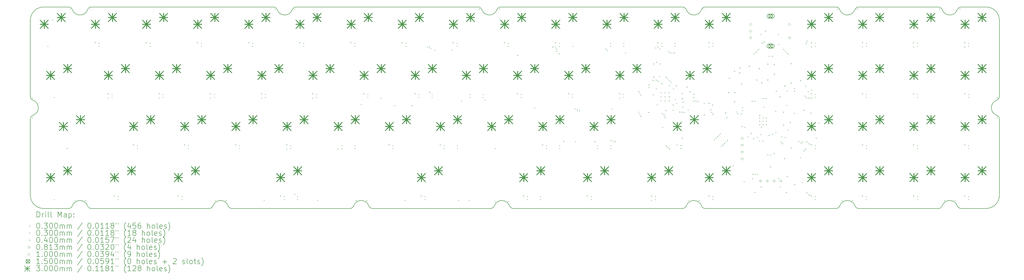
<source format=gbr>
%TF.GenerationSoftware,KiCad,Pcbnew,(6.0.10-0)*%
%TF.CreationDate,2023-03-08T08:25:21-06:00*%
%TF.ProjectId,The-GarlicBoard-2,5468652d-4761-4726-9c69-63426f617264,rev?*%
%TF.SameCoordinates,Original*%
%TF.FileFunction,Drillmap*%
%TF.FilePolarity,Positive*%
%FSLAX45Y45*%
G04 Gerber Fmt 4.5, Leading zero omitted, Abs format (unit mm)*
G04 Created by KiCad (PCBNEW (6.0.10-0)) date 2023-03-08 08:25:21*
%MOMM*%
%LPD*%
G01*
G04 APERTURE LIST*
%ADD10C,0.200000*%
%ADD11C,0.030000*%
%ADD12C,0.040000*%
%ADD13C,0.081280*%
%ADD14C,0.100000*%
%ADD15C,0.150000*%
%ADD16C,0.300000*%
G04 APERTURE END LIST*
D10*
X20203136Y-16724196D02*
G75*
G03*
X20344557Y-16624200I4J149996D01*
G01*
X3062400Y-13390964D02*
X3062400Y-16224200D01*
X5336664Y-16724200D02*
X9723136Y-16724200D01*
X39152399Y-13390964D02*
G75*
G03*
X39052400Y-13249543I-150009J-6D01*
G01*
X27350636Y-16724196D02*
G75*
G03*
X27492057Y-16624200I4J149996D01*
G01*
X3062400Y-9709206D02*
X3062400Y-12542436D01*
X33914164Y-16724200D02*
X36878136Y-16724200D01*
X3562393Y-16724200D02*
X4488136Y-16724200D01*
X4629557Y-9309200D02*
G75*
G03*
X5195243Y-9309200I282843J100000D01*
G01*
X36878136Y-16724206D02*
G75*
G03*
X37019557Y-16624200I-6J150006D01*
G01*
X3062400Y-16224200D02*
G75*
G03*
X3562393Y-16724200I500000J0D01*
G01*
X3562400Y-9209200D02*
G75*
G03*
X3062400Y-9709206I0J-500000D01*
G01*
X19733136Y-9209200D02*
X12961664Y-9209200D01*
X33772743Y-16624200D02*
G75*
G03*
X33207057Y-16624200I-282843J-100000D01*
G01*
X5195243Y-16624200D02*
G75*
G03*
X4629557Y-16624200I-282843J-100000D01*
G01*
X36878136Y-9209200D02*
X33914164Y-9209200D01*
X3062404Y-12542436D02*
G75*
G03*
X3162400Y-12683857I149996J-4D01*
G01*
X9723136Y-16724196D02*
G75*
G03*
X9864557Y-16624200I4J149996D01*
G01*
X28057743Y-16624200D02*
G75*
G03*
X27492057Y-16624200I-282843J-100000D01*
G01*
X28057739Y-16624201D02*
G75*
G03*
X28199164Y-16724200I141421J50001D01*
G01*
X3162400Y-13249543D02*
G75*
G03*
X3062400Y-13390964I50000J-141421D01*
G01*
X12254561Y-9309199D02*
G75*
G03*
X12113136Y-9209200I-141421J-50001D01*
G01*
X21051664Y-16724200D02*
X27350636Y-16724200D01*
X4488136Y-9209200D02*
X3562400Y-9209200D01*
X12254557Y-9309200D02*
G75*
G03*
X12820243Y-9309200I282843J100000D01*
G01*
X37585242Y-16624200D02*
G75*
G03*
X37726664Y-16724200I141428J50010D01*
G01*
X28199164Y-16724200D02*
X33065636Y-16724200D01*
X39052400Y-12683857D02*
G75*
G03*
X39052400Y-13249543I100000J-282843D01*
G01*
X4488136Y-16724196D02*
G75*
G03*
X4629557Y-16624200I4J149996D01*
G01*
X27492057Y-9309200D02*
G75*
G03*
X28057743Y-9309200I282843J100000D01*
G01*
X33772739Y-16624201D02*
G75*
G03*
X33914164Y-16724200I141421J50001D01*
G01*
X4629561Y-9309199D02*
G75*
G03*
X4488136Y-9209200I-141421J-50001D01*
G01*
X14963136Y-16724196D02*
G75*
G03*
X15104557Y-16624200I4J149996D01*
G01*
X38652400Y-9209200D02*
X37726664Y-9209200D01*
X12113136Y-9209200D02*
X5336664Y-9209200D01*
X38652400Y-16724200D02*
G75*
G03*
X39152400Y-16224200I0J500000D01*
G01*
X15670243Y-16624200D02*
G75*
G03*
X15104557Y-16624200I-282843J-100000D01*
G01*
X33914164Y-9209204D02*
G75*
G03*
X33772743Y-9309200I-4J-149996D01*
G01*
X37726664Y-9209204D02*
G75*
G03*
X37585243Y-9309200I-4J-149996D01*
G01*
X19874561Y-9309199D02*
G75*
G03*
X19733136Y-9209200I-141421J-50001D01*
G01*
X10430243Y-16624200D02*
G75*
G03*
X9864557Y-16624200I-282843J-100000D01*
G01*
X27492061Y-9309199D02*
G75*
G03*
X27350636Y-9209200I-141421J-50001D01*
G01*
X5336664Y-9209204D02*
G75*
G03*
X5195243Y-9309200I-4J-149996D01*
G01*
X33065636Y-9209200D02*
X28199164Y-9209200D01*
X37019561Y-9309199D02*
G75*
G03*
X36878136Y-9209200I-141421J-50001D01*
G01*
X37585243Y-16624200D02*
G75*
G03*
X37019557Y-16624200I-282843J-100000D01*
G01*
X15670239Y-16624201D02*
G75*
G03*
X15811664Y-16724200I141421J50001D01*
G01*
X10430239Y-16624201D02*
G75*
G03*
X10571664Y-16724200I141421J50001D01*
G01*
X33065636Y-16724196D02*
G75*
G03*
X33207057Y-16624200I4J149996D01*
G01*
X19874557Y-9309200D02*
G75*
G03*
X20440243Y-9309200I282843J100000D01*
G01*
X15811664Y-16724200D02*
X20203136Y-16724200D01*
X39052402Y-12683863D02*
G75*
G03*
X39152400Y-12542436I-49992J141414D01*
G01*
X39152400Y-16224200D02*
X39152400Y-13390964D01*
X33207061Y-9309199D02*
G75*
G03*
X33065636Y-9209200I-141421J-50001D01*
G01*
X10571664Y-16724200D02*
X14963136Y-16724200D01*
X5195239Y-16624201D02*
G75*
G03*
X5336664Y-16724200I141421J50001D01*
G01*
X28199164Y-9209204D02*
G75*
G03*
X28057743Y-9309200I-4J-149996D01*
G01*
X37726664Y-16724200D02*
X38652400Y-16724200D01*
X3162400Y-13249543D02*
G75*
G03*
X3162400Y-12683857I-100000J282843D01*
G01*
X39152400Y-9709200D02*
G75*
G03*
X38652400Y-9209200I-500000J0D01*
G01*
X37019557Y-9309200D02*
G75*
G03*
X37585243Y-9309200I282843J100000D01*
G01*
X20581664Y-9209204D02*
G75*
G03*
X20440243Y-9309200I-4J-149996D01*
G01*
X20910239Y-16624201D02*
G75*
G03*
X21051664Y-16724200I141421J50001D01*
G01*
X12961664Y-9209204D02*
G75*
G03*
X12820243Y-9309200I-4J-149996D01*
G01*
X20910243Y-16624200D02*
G75*
G03*
X20344557Y-16624200I-282843J-100000D01*
G01*
X33207057Y-9309200D02*
G75*
G03*
X33772743Y-9309200I282843J100000D01*
G01*
X39152400Y-12542436D02*
X39152400Y-9709200D01*
X27350636Y-9209200D02*
X20581664Y-9209200D01*
D11*
X3123000Y-13320000D02*
X3153000Y-13350000D01*
X3153000Y-13320000D02*
X3123000Y-13350000D01*
X3126000Y-12587000D02*
X3156000Y-12617000D01*
X3156000Y-12587000D02*
X3126000Y-12617000D01*
X3702200Y-10657200D02*
X3732200Y-10687200D01*
X3732200Y-10657200D02*
X3702200Y-10687200D01*
X3878000Y-9676000D02*
X3908000Y-9706000D01*
X3908000Y-9676000D02*
X3878000Y-9706000D01*
X3940325Y-12562200D02*
X3970325Y-12592200D01*
X3970325Y-12562200D02*
X3940325Y-12592200D01*
X3940325Y-16372200D02*
X3970325Y-16402200D01*
X3970325Y-16372200D02*
X3940325Y-16402200D01*
X4416575Y-14467200D02*
X4446575Y-14497200D01*
X4446575Y-14467200D02*
X4416575Y-14497200D01*
X4530000Y-9271000D02*
X4560000Y-9301000D01*
X4560000Y-9271000D02*
X4530000Y-9301000D01*
X4708000Y-16405000D02*
X4738000Y-16435000D01*
X4738000Y-16405000D02*
X4708000Y-16435000D01*
X5093000Y-16406000D02*
X5123000Y-16436000D01*
X5123000Y-16406000D02*
X5093000Y-16436000D01*
X5265000Y-9272000D02*
X5295000Y-9302000D01*
X5295000Y-9272000D02*
X5265000Y-9302000D01*
X5457609Y-10522550D02*
X5487609Y-10552550D01*
X5487609Y-10522550D02*
X5457609Y-10552550D01*
X5607200Y-10547200D02*
X5637200Y-10577200D01*
X5637200Y-10547200D02*
X5607200Y-10577200D01*
X5607200Y-10657200D02*
X5637200Y-10687200D01*
X5637200Y-10657200D02*
X5607200Y-10687200D01*
X5940209Y-12427550D02*
X5970209Y-12457550D01*
X5970209Y-12427550D02*
X5940209Y-12457550D01*
X5945232Y-12587450D02*
X5975232Y-12617450D01*
X5975232Y-12587450D02*
X5945232Y-12617450D01*
X6089800Y-12452200D02*
X6119800Y-12482200D01*
X6119800Y-12452200D02*
X6089800Y-12482200D01*
X6089800Y-12562200D02*
X6119800Y-12592200D01*
X6119800Y-12562200D02*
X6089800Y-12592200D01*
X6168809Y-16237550D02*
X6198809Y-16267550D01*
X6198809Y-16237550D02*
X6168809Y-16267550D01*
X6318400Y-16262200D02*
X6348400Y-16292200D01*
X6348400Y-16262200D02*
X6318400Y-16292200D01*
X6318400Y-16372200D02*
X6348400Y-16402200D01*
X6348400Y-16372200D02*
X6318400Y-16402200D01*
X6880009Y-14332550D02*
X6910009Y-14362550D01*
X6910009Y-14332550D02*
X6880009Y-14362550D01*
X7029600Y-14357200D02*
X7059600Y-14387200D01*
X7059600Y-14357200D02*
X7029600Y-14387200D01*
X7029600Y-14467200D02*
X7059600Y-14497200D01*
X7059600Y-14467200D02*
X7029600Y-14497200D01*
X7362609Y-10522550D02*
X7392609Y-10552550D01*
X7392609Y-10522550D02*
X7362609Y-10552550D01*
X7512200Y-10547200D02*
X7542200Y-10577200D01*
X7542200Y-10547200D02*
X7512200Y-10577200D01*
X7512200Y-10657200D02*
X7542200Y-10687200D01*
X7542200Y-10657200D02*
X7512200Y-10687200D01*
X7845209Y-12427550D02*
X7875209Y-12457550D01*
X7875209Y-12427550D02*
X7845209Y-12457550D01*
X7850796Y-12587831D02*
X7880796Y-12617831D01*
X7880796Y-12587831D02*
X7850796Y-12617831D01*
X7994800Y-12452200D02*
X8024800Y-12482200D01*
X8024800Y-12452200D02*
X7994800Y-12482200D01*
X7994800Y-12562200D02*
X8024800Y-12592200D01*
X8024800Y-12562200D02*
X7994800Y-12592200D01*
X8546884Y-16237550D02*
X8576884Y-16267550D01*
X8576884Y-16237550D02*
X8546884Y-16267550D01*
X8696475Y-16262200D02*
X8726475Y-16292200D01*
X8726475Y-16262200D02*
X8696475Y-16292200D01*
X8696475Y-16372200D02*
X8726475Y-16402200D01*
X8726475Y-16372200D02*
X8696475Y-16402200D01*
X8785009Y-14332550D02*
X8815009Y-14362550D01*
X8815009Y-14332550D02*
X8785009Y-14362550D01*
X8934600Y-14357200D02*
X8964600Y-14387200D01*
X8964600Y-14357200D02*
X8934600Y-14387200D01*
X8934600Y-14467200D02*
X8964600Y-14497200D01*
X8964600Y-14467200D02*
X8934600Y-14497200D01*
X9267609Y-10522550D02*
X9297609Y-10552550D01*
X9297609Y-10522550D02*
X9267609Y-10552550D01*
X9417200Y-10547200D02*
X9447200Y-10577200D01*
X9447200Y-10547200D02*
X9417200Y-10577200D01*
X9417200Y-10657200D02*
X9447200Y-10687200D01*
X9447200Y-10657200D02*
X9417200Y-10687200D01*
X9750209Y-12427550D02*
X9780209Y-12457550D01*
X9780209Y-12427550D02*
X9750209Y-12457550D01*
X9755232Y-12587450D02*
X9785232Y-12617450D01*
X9785232Y-12587450D02*
X9755232Y-12617450D01*
X9899800Y-12452200D02*
X9929800Y-12482200D01*
X9929800Y-12452200D02*
X9899800Y-12482200D01*
X9899800Y-12562200D02*
X9929800Y-12592200D01*
X9929800Y-12562200D02*
X9899800Y-12592200D01*
X9933000Y-16408000D02*
X9963000Y-16438000D01*
X9963000Y-16408000D02*
X9933000Y-16438000D01*
X10334000Y-16408000D02*
X10364000Y-16438000D01*
X10364000Y-16408000D02*
X10334000Y-16438000D01*
X10690009Y-14332550D02*
X10720009Y-14362550D01*
X10720009Y-14332550D02*
X10690009Y-14362550D01*
X10839600Y-14357200D02*
X10869600Y-14387200D01*
X10869600Y-14357200D02*
X10839600Y-14387200D01*
X10839600Y-14467200D02*
X10869600Y-14497200D01*
X10869600Y-14467200D02*
X10839600Y-14497200D01*
X11172609Y-10522550D02*
X11202609Y-10552550D01*
X11202609Y-10522550D02*
X11172609Y-10552550D01*
X11322200Y-10547200D02*
X11352200Y-10577200D01*
X11352200Y-10547200D02*
X11322200Y-10577200D01*
X11322200Y-10657200D02*
X11352200Y-10687200D01*
X11352200Y-10657200D02*
X11322200Y-10687200D01*
X11655209Y-12427550D02*
X11685209Y-12457550D01*
X11685209Y-12427550D02*
X11655209Y-12457550D01*
X11660930Y-12587965D02*
X11690930Y-12617965D01*
X11690930Y-12587965D02*
X11660930Y-12617965D01*
X11752000Y-16406000D02*
X11782000Y-16436000D01*
X11782000Y-16406000D02*
X11752000Y-16436000D01*
X11804800Y-12452200D02*
X11834800Y-12482200D01*
X11834800Y-12452200D02*
X11804800Y-12482200D01*
X11804800Y-12562200D02*
X11834800Y-12592200D01*
X11834800Y-12562200D02*
X11804800Y-12592200D01*
X12156000Y-9272000D02*
X12186000Y-9302000D01*
X12186000Y-9272000D02*
X12156000Y-9302000D01*
X12356884Y-16237550D02*
X12386884Y-16267550D01*
X12386884Y-16237550D02*
X12356884Y-16267550D01*
X12506475Y-16262200D02*
X12536475Y-16292200D01*
X12536475Y-16262200D02*
X12506475Y-16292200D01*
X12506475Y-16372200D02*
X12536475Y-16402200D01*
X12536475Y-16372200D02*
X12506475Y-16402200D01*
X12595009Y-14332550D02*
X12625009Y-14362550D01*
X12625009Y-14332550D02*
X12595009Y-14362550D01*
X12598882Y-14492450D02*
X12628882Y-14522450D01*
X12628882Y-14492450D02*
X12598882Y-14522450D01*
X12744600Y-14357200D02*
X12774600Y-14387200D01*
X12774600Y-14357200D02*
X12744600Y-14387200D01*
X12744600Y-14467200D02*
X12774600Y-14497200D01*
X12774600Y-14467200D02*
X12744600Y-14497200D01*
X12893000Y-9267000D02*
X12923000Y-9297000D01*
X12923000Y-9267000D02*
X12893000Y-9297000D01*
X12902375Y-16173118D02*
X12932375Y-16203118D01*
X12932375Y-16173118D02*
X12902375Y-16203118D01*
X12996875Y-16262200D02*
X13026875Y-16292200D01*
X13026875Y-16262200D02*
X12996875Y-16292200D01*
X12996875Y-16372200D02*
X13026875Y-16402200D01*
X13026875Y-16372200D02*
X12996875Y-16402200D01*
X13077609Y-10522550D02*
X13107609Y-10552550D01*
X13107609Y-10522550D02*
X13077609Y-10552550D01*
X13227200Y-10547200D02*
X13257200Y-10577200D01*
X13257200Y-10547200D02*
X13227200Y-10577200D01*
X13227200Y-10657200D02*
X13257200Y-10687200D01*
X13257200Y-10657200D02*
X13227200Y-10687200D01*
X13560209Y-12427550D02*
X13590209Y-12457550D01*
X13590209Y-12427550D02*
X13560209Y-12457550D01*
X13563982Y-12587450D02*
X13593982Y-12617450D01*
X13593982Y-12587450D02*
X13563982Y-12617450D01*
X13709800Y-12452200D02*
X13739800Y-12482200D01*
X13739800Y-12452200D02*
X13709800Y-12482200D01*
X13709800Y-12562200D02*
X13739800Y-12592200D01*
X13739800Y-12562200D02*
X13709800Y-12592200D01*
X13753000Y-16406000D02*
X13783000Y-16436000D01*
X13783000Y-16406000D02*
X13753000Y-16436000D01*
X14504618Y-14492832D02*
X14534618Y-14522832D01*
X14534618Y-14492832D02*
X14504618Y-14522832D01*
X14649800Y-14357200D02*
X14679800Y-14387200D01*
X14679800Y-14357200D02*
X14649800Y-14387200D01*
X14649800Y-14467200D02*
X14679800Y-14497200D01*
X14679800Y-14467200D02*
X14649800Y-14497200D01*
X14982609Y-10522550D02*
X15012609Y-10552550D01*
X15012609Y-10522550D02*
X14982609Y-10552550D01*
X15132200Y-10547200D02*
X15162200Y-10577200D01*
X15162200Y-10547200D02*
X15132200Y-10577200D01*
X15132200Y-10657200D02*
X15162200Y-10687200D01*
X15162200Y-10657200D02*
X15132200Y-10687200D01*
X15140200Y-14357200D02*
X15170200Y-14387200D01*
X15170200Y-14357200D02*
X15140200Y-14387200D01*
X15140200Y-14467200D02*
X15170200Y-14497200D01*
X15170200Y-14467200D02*
X15140200Y-14497200D01*
X15179000Y-16405000D02*
X15209000Y-16435000D01*
X15209000Y-16405000D02*
X15179000Y-16435000D01*
X15372645Y-12829091D02*
X15402645Y-12859091D01*
X15402645Y-12829091D02*
X15372645Y-12859091D01*
X15465209Y-12427550D02*
X15495209Y-12457550D01*
X15495209Y-12427550D02*
X15465209Y-12457550D01*
X15567000Y-16408000D02*
X15597000Y-16438000D01*
X15597000Y-16408000D02*
X15567000Y-16438000D01*
X15614800Y-12452200D02*
X15644800Y-12482200D01*
X15644800Y-12452200D02*
X15614800Y-12482200D01*
X15614800Y-12562200D02*
X15644800Y-12592200D01*
X15644800Y-12562200D02*
X15614800Y-12592200D01*
X16105159Y-12587450D02*
X16135159Y-12617450D01*
X16135159Y-12587450D02*
X16105159Y-12617450D01*
X16405009Y-14332550D02*
X16435009Y-14362550D01*
X16435009Y-14332550D02*
X16405009Y-14362550D01*
X16554600Y-14357200D02*
X16584600Y-14387200D01*
X16584600Y-14357200D02*
X16554600Y-14387200D01*
X16554600Y-14467200D02*
X16584600Y-14497200D01*
X16584600Y-14467200D02*
X16554600Y-14497200D01*
X16616000Y-12873000D02*
X16646000Y-12903000D01*
X16646000Y-12873000D02*
X16616000Y-12903000D01*
X16887609Y-10522550D02*
X16917609Y-10552550D01*
X16917609Y-10522550D02*
X16887609Y-10552550D01*
X16995270Y-16408000D02*
X17025270Y-16438000D01*
X17025270Y-16408000D02*
X16995270Y-16438000D01*
X17037200Y-10547200D02*
X17067200Y-10577200D01*
X17067200Y-10547200D02*
X17037200Y-10577200D01*
X17037200Y-10657200D02*
X17067200Y-10687200D01*
X17067200Y-10657200D02*
X17037200Y-10687200D01*
X17259587Y-12867602D02*
X17289587Y-12897602D01*
X17289587Y-12867602D02*
X17259587Y-12897602D01*
X17370209Y-12427550D02*
X17400209Y-12457550D01*
X17400209Y-12427550D02*
X17370209Y-12457550D01*
X17519800Y-12452200D02*
X17549800Y-12482200D01*
X17549800Y-12452200D02*
X17519800Y-12482200D01*
X17519800Y-12562200D02*
X17549800Y-12592200D01*
X17549800Y-12562200D02*
X17519800Y-12592200D01*
X17598809Y-16237550D02*
X17628809Y-16267550D01*
X17628809Y-16237550D02*
X17598809Y-16267550D01*
X17748400Y-16262200D02*
X17778400Y-16292200D01*
X17778400Y-16262200D02*
X17748400Y-16292200D01*
X17748400Y-16372200D02*
X17778400Y-16402200D01*
X17778400Y-16372200D02*
X17748400Y-16402200D01*
X17822500Y-10682450D02*
X17852500Y-10712450D01*
X17852500Y-10682450D02*
X17822500Y-10712450D01*
X17902450Y-10682450D02*
X17932450Y-10712450D01*
X17932450Y-10682450D02*
X17902450Y-10712450D01*
X17919800Y-12367200D02*
X17949800Y-12397200D01*
X17949800Y-12367200D02*
X17919800Y-12397200D01*
X17958982Y-10742400D02*
X17988982Y-10772400D01*
X17988982Y-10742400D02*
X17958982Y-10772400D01*
X18010200Y-12452200D02*
X18040200Y-12482200D01*
X18040200Y-12452200D02*
X18010200Y-12482200D01*
X18010200Y-12562200D02*
X18040200Y-12592200D01*
X18040200Y-12562200D02*
X18010200Y-12592200D01*
X18105682Y-10804318D02*
X18135682Y-10834318D01*
X18135682Y-10804318D02*
X18105682Y-10834318D01*
X18310009Y-14332550D02*
X18340009Y-14362550D01*
X18340009Y-14332550D02*
X18310009Y-14362550D01*
X18459600Y-14357200D02*
X18489600Y-14387200D01*
X18489600Y-14357200D02*
X18459600Y-14387200D01*
X18459600Y-14467200D02*
X18489600Y-14497200D01*
X18489600Y-14467200D02*
X18459600Y-14497200D01*
X18749775Y-10804116D02*
X18779775Y-10834116D01*
X18779775Y-10804116D02*
X18749775Y-10834116D01*
X18792609Y-10522550D02*
X18822609Y-10552550D01*
X18822609Y-10522550D02*
X18792609Y-10552550D01*
X18942200Y-10547200D02*
X18972200Y-10577200D01*
X18972200Y-10547200D02*
X18942200Y-10577200D01*
X18942200Y-10657200D02*
X18972200Y-10687200D01*
X18972200Y-10657200D02*
X18942200Y-10687200D01*
X18950000Y-14357200D02*
X18980000Y-14387200D01*
X18980000Y-14357200D02*
X18950000Y-14387200D01*
X18950000Y-14467200D02*
X18980000Y-14497200D01*
X18980000Y-14467200D02*
X18950000Y-14497200D01*
X18992515Y-16408603D02*
X19022515Y-16438603D01*
X19022515Y-16408603D02*
X18992515Y-16438603D01*
X19103687Y-12708813D02*
X19133687Y-12738813D01*
X19133687Y-12708813D02*
X19103687Y-12738813D01*
X19390000Y-16397450D02*
X19420000Y-16427450D01*
X19420000Y-16397450D02*
X19390000Y-16427450D01*
X19424800Y-12452200D02*
X19454800Y-12482200D01*
X19454800Y-12452200D02*
X19424800Y-12482200D01*
X19424800Y-12562200D02*
X19454800Y-12592200D01*
X19454800Y-12562200D02*
X19424800Y-12592200D01*
X19770000Y-9267000D02*
X19800000Y-9297000D01*
X19800000Y-9267000D02*
X19770000Y-9297000D01*
X19915200Y-12452200D02*
X19945200Y-12482200D01*
X19945200Y-12452200D02*
X19915200Y-12482200D01*
X19915200Y-12562200D02*
X19945200Y-12592200D01*
X19945200Y-12562200D02*
X19915200Y-12592200D01*
X19981141Y-12666141D02*
X20011141Y-12696141D01*
X20011141Y-12666141D02*
X19981141Y-12696141D01*
X20364600Y-14467200D02*
X20394600Y-14497200D01*
X20394600Y-14467200D02*
X20364600Y-14497200D01*
X20367000Y-16446000D02*
X20397000Y-16476000D01*
X20397000Y-16446000D02*
X20367000Y-16476000D01*
X20516000Y-9267000D02*
X20546000Y-9297000D01*
X20546000Y-9267000D02*
X20516000Y-9297000D01*
X20697609Y-10522550D02*
X20727609Y-10552550D01*
X20727609Y-10522550D02*
X20697609Y-10552550D01*
X20847200Y-10547200D02*
X20877200Y-10577200D01*
X20877200Y-10547200D02*
X20847200Y-10577200D01*
X20847200Y-10657200D02*
X20877200Y-10687200D01*
X20877200Y-10657200D02*
X20847200Y-10687200D01*
X20859000Y-16446000D02*
X20889000Y-16476000D01*
X20889000Y-16446000D02*
X20859000Y-16476000D01*
X21180209Y-12427550D02*
X21210209Y-12457550D01*
X21210209Y-12427550D02*
X21180209Y-12457550D01*
X21192000Y-11002150D02*
X21222000Y-11032150D01*
X21222000Y-11002150D02*
X21192000Y-11032150D01*
X21329800Y-12452200D02*
X21359800Y-12482200D01*
X21359800Y-12452200D02*
X21329800Y-12482200D01*
X21329800Y-12562200D02*
X21359800Y-12592200D01*
X21359800Y-12562200D02*
X21329800Y-12592200D01*
X21408809Y-16237550D02*
X21438809Y-16267550D01*
X21438809Y-16237550D02*
X21408809Y-16267550D01*
X21558400Y-16262200D02*
X21588400Y-16292200D01*
X21588400Y-16262200D02*
X21558400Y-16292200D01*
X21558400Y-16372200D02*
X21588400Y-16402200D01*
X21588400Y-16372200D02*
X21558400Y-16402200D01*
X21822911Y-12950051D02*
X21852911Y-12980051D01*
X21852911Y-12950051D02*
X21822911Y-12980051D01*
X22048800Y-16262200D02*
X22078800Y-16292200D01*
X22078800Y-16262200D02*
X22048800Y-16292200D01*
X22048800Y-16372200D02*
X22078800Y-16402200D01*
X22078800Y-16372200D02*
X22048800Y-16402200D01*
X22120009Y-14332550D02*
X22150009Y-14362550D01*
X22150009Y-14332550D02*
X22120009Y-14362550D01*
X22269600Y-14357200D02*
X22299600Y-14387200D01*
X22299600Y-14357200D02*
X22269600Y-14387200D01*
X22269600Y-14467200D02*
X22299600Y-14497200D01*
X22299600Y-14467200D02*
X22269600Y-14497200D01*
X22502244Y-10682500D02*
X22532244Y-10712500D01*
X22532244Y-10682500D02*
X22502244Y-10712500D01*
X22592250Y-10682450D02*
X22622250Y-10712450D01*
X22622250Y-10682450D02*
X22592250Y-10712450D01*
X22602609Y-10522550D02*
X22632609Y-10552550D01*
X22632609Y-10522550D02*
X22602609Y-10552550D01*
X22627743Y-10758947D02*
X22657743Y-10788947D01*
X22657743Y-10758947D02*
X22627743Y-10788947D01*
X22651569Y-10839488D02*
X22681569Y-10869488D01*
X22681569Y-10839488D02*
X22651569Y-10869488D01*
X22736009Y-10932450D02*
X22766009Y-10962450D01*
X22766009Y-10932450D02*
X22736009Y-10962450D01*
X22752200Y-10547200D02*
X22782200Y-10577200D01*
X22782200Y-10547200D02*
X22752200Y-10577200D01*
X22752200Y-10657200D02*
X22782200Y-10687200D01*
X22782200Y-10657200D02*
X22752200Y-10687200D01*
X22760000Y-14357200D02*
X22790000Y-14387200D01*
X22790000Y-14357200D02*
X22760000Y-14387200D01*
X22760000Y-14467200D02*
X22790000Y-14497200D01*
X22790000Y-14467200D02*
X22760000Y-14497200D01*
X22909631Y-14195881D02*
X22939631Y-14225881D01*
X22939631Y-14195881D02*
X22909631Y-14225881D01*
X23085209Y-12427550D02*
X23115209Y-12457550D01*
X23115209Y-12427550D02*
X23085209Y-12457550D01*
X23234800Y-12452200D02*
X23264800Y-12482200D01*
X23264800Y-12452200D02*
X23234800Y-12482200D01*
X23234800Y-12562200D02*
X23264800Y-12592200D01*
X23264800Y-12562200D02*
X23234800Y-12592200D01*
X23242600Y-10657200D02*
X23272600Y-10687200D01*
X23272600Y-10657200D02*
X23242600Y-10687200D01*
X23337500Y-12987150D02*
X23367500Y-13017150D01*
X23367500Y-12987150D02*
X23337500Y-13017150D01*
X23351169Y-14212550D02*
X23381169Y-14242550D01*
X23381169Y-14212550D02*
X23351169Y-14242550D01*
X23417450Y-13027150D02*
X23447450Y-13057150D01*
X23447450Y-13027150D02*
X23417450Y-13057150D01*
X23497271Y-13067150D02*
X23527271Y-13097150D01*
X23527271Y-13067150D02*
X23497271Y-13097150D01*
X23786884Y-16237550D02*
X23816884Y-16267550D01*
X23816884Y-16237550D02*
X23786884Y-16267550D01*
X23936475Y-16262200D02*
X23966475Y-16292200D01*
X23966475Y-16262200D02*
X23936475Y-16292200D01*
X23936475Y-16372200D02*
X23966475Y-16402200D01*
X23966475Y-16372200D02*
X23936475Y-16402200D01*
X24067500Y-14212250D02*
X24097500Y-14242250D01*
X24097500Y-14212250D02*
X24067500Y-14242250D01*
X24174600Y-14357200D02*
X24204600Y-14387200D01*
X24204600Y-14357200D02*
X24174600Y-14387200D01*
X24174600Y-14467200D02*
X24204600Y-14497200D01*
X24204600Y-14467200D02*
X24174600Y-14497200D01*
X24479864Y-10762636D02*
X24509864Y-10792636D01*
X24509864Y-10762636D02*
X24479864Y-10792636D01*
X24540424Y-10823197D02*
X24570424Y-10853197D01*
X24570424Y-10823197D02*
X24540424Y-10853197D01*
X24657200Y-10547200D02*
X24687200Y-10577200D01*
X24687200Y-10547200D02*
X24657200Y-10577200D01*
X24657200Y-10657200D02*
X24687200Y-10687200D01*
X24687200Y-10657200D02*
X24657200Y-10687200D01*
X24665000Y-14357200D02*
X24695000Y-14387200D01*
X24695000Y-14357200D02*
X24665000Y-14387200D01*
X24665000Y-14467200D02*
X24695000Y-14497200D01*
X24695000Y-14467200D02*
X24665000Y-14497200D01*
X24675727Y-14172250D02*
X24705727Y-14202250D01*
X24705727Y-14172250D02*
X24675727Y-14202250D01*
X24715318Y-12987450D02*
X24745318Y-13017450D01*
X24745318Y-12987450D02*
X24715318Y-13017450D01*
X24760516Y-14211766D02*
X24790516Y-14241766D01*
X24790516Y-14211766D02*
X24760516Y-14241766D01*
X24840463Y-14212457D02*
X24870463Y-14242457D01*
X24870463Y-14212457D02*
X24840463Y-14242457D01*
X24990209Y-12427550D02*
X25020209Y-12457550D01*
X25020209Y-12427550D02*
X24990209Y-12457550D01*
X24994339Y-12587450D02*
X25024339Y-12617450D01*
X25024339Y-12587450D02*
X24994339Y-12617450D01*
X25139800Y-12452200D02*
X25169800Y-12482200D01*
X25169800Y-12452200D02*
X25139800Y-12482200D01*
X25139800Y-12562200D02*
X25169800Y-12592200D01*
X25169800Y-12562200D02*
X25139800Y-12592200D01*
X25147600Y-10547200D02*
X25177600Y-10577200D01*
X25177600Y-10547200D02*
X25147600Y-10577200D01*
X25147600Y-10657200D02*
X25177600Y-10687200D01*
X25177600Y-10657200D02*
X25147600Y-10687200D01*
X25216350Y-10902150D02*
X25246350Y-10932150D01*
X25246350Y-10902150D02*
X25216350Y-10932150D01*
X25699000Y-13111450D02*
X25729000Y-13141450D01*
X25729000Y-13111450D02*
X25699000Y-13141450D01*
X25701392Y-12341027D02*
X25731392Y-12371027D01*
X25731392Y-12341027D02*
X25701392Y-12371027D01*
X25738950Y-13191260D02*
X25768950Y-13221260D01*
X25768950Y-13191260D02*
X25738950Y-13221260D01*
X25740721Y-12410634D02*
X25770721Y-12440634D01*
X25770721Y-12410634D02*
X25740721Y-12440634D01*
X25778950Y-12481221D02*
X25808950Y-12511221D01*
X25808950Y-12481221D02*
X25778950Y-12511221D01*
X25778950Y-13264857D02*
X25808950Y-13294857D01*
X25808950Y-13264857D02*
X25778950Y-13294857D01*
X26073000Y-13121000D02*
X26103000Y-13151000D01*
X26103000Y-13121000D02*
X26073000Y-13151000D01*
X26081000Y-12099000D02*
X26111000Y-12129000D01*
X26111000Y-12099000D02*
X26081000Y-12129000D01*
X26081000Y-12196500D02*
X26111000Y-12226500D01*
X26111000Y-12196500D02*
X26081000Y-12226500D01*
X26174484Y-16237550D02*
X26204484Y-16267550D01*
X26204484Y-16237550D02*
X26174484Y-16267550D01*
X26179000Y-16397450D02*
X26209000Y-16427450D01*
X26209000Y-16397450D02*
X26179000Y-16427450D01*
X26229950Y-11930000D02*
X26259950Y-11960000D01*
X26259950Y-11930000D02*
X26229950Y-11960000D01*
X26243997Y-12463913D02*
X26273997Y-12493913D01*
X26273997Y-12463913D02*
X26243997Y-12493913D01*
X26271473Y-11809523D02*
X26301473Y-11839523D01*
X26301473Y-11809523D02*
X26271473Y-11839523D01*
X26324075Y-16262200D02*
X26354075Y-16292200D01*
X26354075Y-16262200D02*
X26324075Y-16292200D01*
X26324075Y-16372200D02*
X26354075Y-16402200D01*
X26354075Y-16372200D02*
X26324075Y-16402200D01*
X26339062Y-10722450D02*
X26369062Y-10752450D01*
X26369062Y-10722450D02*
X26339062Y-10752450D01*
X26349900Y-11923027D02*
X26379900Y-11953027D01*
X26379900Y-11923027D02*
X26349900Y-11953027D01*
X26359572Y-12240219D02*
X26389572Y-12270219D01*
X26389572Y-12240219D02*
X26359572Y-12270219D01*
X26390000Y-12840000D02*
X26420000Y-12870000D01*
X26420000Y-12840000D02*
X26390000Y-12870000D01*
X26412609Y-10522550D02*
X26442609Y-10552550D01*
X26442609Y-10522550D02*
X26412609Y-10552550D01*
X26418907Y-10683543D02*
X26448907Y-10713543D01*
X26448907Y-10683543D02*
X26418907Y-10713543D01*
X26427216Y-11956958D02*
X26457216Y-11986958D01*
X26457216Y-11956958D02*
X26427216Y-11986958D01*
X26478185Y-11776097D02*
X26508185Y-11806097D01*
X26508185Y-11776097D02*
X26478185Y-11806097D01*
X26486999Y-10751634D02*
X26516999Y-10781634D01*
X26516999Y-10751634D02*
X26486999Y-10781634D01*
X26562200Y-10547200D02*
X26592200Y-10577200D01*
X26592200Y-10547200D02*
X26562200Y-10577200D01*
X26562200Y-10657200D02*
X26592200Y-10687200D01*
X26592200Y-10657200D02*
X26562200Y-10687200D01*
X26564949Y-12055033D02*
X26594949Y-12085033D01*
X26594949Y-12055033D02*
X26564949Y-12085033D01*
X26585000Y-13165000D02*
X26615000Y-13195000D01*
X26615000Y-13165000D02*
X26585000Y-13195000D01*
X26592000Y-13677000D02*
X26622000Y-13707000D01*
X26622000Y-13677000D02*
X26592000Y-13707000D01*
X26644950Y-13220184D02*
X26674950Y-13250184D01*
X26674950Y-13220184D02*
X26644950Y-13250184D01*
X26684950Y-13299356D02*
X26714950Y-13329356D01*
X26714950Y-13299356D02*
X26684950Y-13329356D01*
X26712550Y-11803233D02*
X26742550Y-11833233D01*
X26742550Y-11803233D02*
X26712550Y-11833233D01*
X26725000Y-13055000D02*
X26755000Y-13085000D01*
X26755000Y-13055000D02*
X26725000Y-13085000D01*
X26732500Y-14372450D02*
X26762500Y-14402450D01*
X26762500Y-14372450D02*
X26732500Y-14402450D01*
X26776041Y-11864537D02*
X26806041Y-11894537D01*
X26806041Y-11864537D02*
X26776041Y-11894537D01*
X26788899Y-14429117D02*
X26818899Y-14459117D01*
X26818899Y-14429117D02*
X26788899Y-14459117D01*
X26805615Y-10845175D02*
X26835615Y-10875175D01*
X26835615Y-10845175D02*
X26805615Y-10875175D01*
X26843028Y-11931524D02*
X26873028Y-11961524D01*
X26873028Y-11931524D02*
X26843028Y-11961524D01*
X26845433Y-14485650D02*
X26875433Y-14515650D01*
X26875433Y-14485650D02*
X26845433Y-14515650D01*
X26850634Y-12123584D02*
X26880634Y-12153584D01*
X26880634Y-12123584D02*
X26850634Y-12153584D01*
X26868805Y-10894156D02*
X26898805Y-10924156D01*
X26898805Y-10894156D02*
X26868805Y-10924156D01*
X26904502Y-11992998D02*
X26934502Y-12022998D01*
X26934502Y-11992998D02*
X26904502Y-12022998D01*
X26944498Y-10919895D02*
X26974498Y-10949895D01*
X26974498Y-10919895D02*
X26944498Y-10949895D01*
X26982500Y-13042500D02*
X27012500Y-13072500D01*
X27012500Y-13042500D02*
X26982500Y-13072500D01*
X26985000Y-12845000D02*
X27015000Y-12875000D01*
X27015000Y-12845000D02*
X26985000Y-12875000D01*
X27000000Y-12240000D02*
X27030000Y-12270000D01*
X27030000Y-12240000D02*
X27000000Y-12270000D01*
X27027043Y-10906739D02*
X27057043Y-10936739D01*
X27057043Y-10906739D02*
X27027043Y-10936739D01*
X27052600Y-10547200D02*
X27082600Y-10577200D01*
X27082600Y-10547200D02*
X27052600Y-10577200D01*
X27052600Y-10657200D02*
X27082600Y-10687200D01*
X27082600Y-10657200D02*
X27052600Y-10687200D01*
X27079552Y-12630974D02*
X27109552Y-12660974D01*
X27109552Y-12630974D02*
X27079552Y-12660974D01*
X27105000Y-12125000D02*
X27135000Y-12155000D01*
X27135000Y-12125000D02*
X27105000Y-12155000D01*
X27119950Y-12785000D02*
X27149950Y-12815000D01*
X27149950Y-12785000D02*
X27119950Y-12815000D01*
X27126984Y-14332550D02*
X27156984Y-14362550D01*
X27156984Y-14332550D02*
X27126984Y-14362550D01*
X27230000Y-13110000D02*
X27260000Y-13140000D01*
X27260000Y-13110000D02*
X27230000Y-13140000D01*
X27276575Y-14357200D02*
X27306575Y-14387200D01*
X27306575Y-14357200D02*
X27276575Y-14387200D01*
X27276575Y-14467200D02*
X27306575Y-14497200D01*
X27306575Y-14467200D02*
X27276575Y-14497200D01*
X27312391Y-13112391D02*
X27342391Y-13142391D01*
X27342391Y-13112391D02*
X27312391Y-13142391D01*
X27323000Y-14084000D02*
X27353000Y-14114000D01*
X27353000Y-14084000D02*
X27323000Y-14114000D01*
X27327000Y-12420000D02*
X27357000Y-12450000D01*
X27357000Y-12420000D02*
X27327000Y-12450000D01*
X27329391Y-12615091D02*
X27359391Y-12645091D01*
X27359391Y-12615091D02*
X27329391Y-12645091D01*
X27349000Y-12917000D02*
X27379000Y-12947000D01*
X27379000Y-12917000D02*
X27349000Y-12947000D01*
X27354000Y-12739000D02*
X27384000Y-12769000D01*
X27384000Y-12739000D02*
X27354000Y-12769000D01*
X27388000Y-9267000D02*
X27418000Y-9297000D01*
X27418000Y-9267000D02*
X27388000Y-9297000D01*
X27392086Y-13118773D02*
X27422086Y-13148773D01*
X27422086Y-13118773D02*
X27392086Y-13148773D01*
X27502000Y-12178000D02*
X27532000Y-12208000D01*
X27532000Y-12178000D02*
X27502000Y-12208000D01*
X27546000Y-13043000D02*
X27576000Y-13073000D01*
X27576000Y-13043000D02*
X27546000Y-13073000D01*
X27568000Y-16405000D02*
X27598000Y-16435000D01*
X27598000Y-16405000D02*
X27568000Y-16435000D01*
X27613000Y-12355000D02*
X27643000Y-12385000D01*
X27643000Y-12355000D02*
X27613000Y-12385000D01*
X27752825Y-12452200D02*
X27782825Y-12482200D01*
X27782825Y-12452200D02*
X27752825Y-12482200D01*
X27752825Y-12562200D02*
X27782825Y-12592200D01*
X27782825Y-12562200D02*
X27752825Y-12592200D01*
X27754900Y-12711343D02*
X27784900Y-12741343D01*
X27784900Y-12711343D02*
X27754900Y-12741343D01*
X27832007Y-12690211D02*
X27862007Y-12720211D01*
X27862007Y-12690211D02*
X27832007Y-12720211D01*
X27905001Y-12722829D02*
X27935001Y-12752829D01*
X27935001Y-12722829D02*
X27905001Y-12752829D01*
X27956000Y-16407000D02*
X27986000Y-16437000D01*
X27986000Y-16407000D02*
X27956000Y-16437000D01*
X28128000Y-9271000D02*
X28158000Y-9301000D01*
X28158000Y-9271000D02*
X28128000Y-9301000D01*
X28144000Y-12782000D02*
X28174000Y-12812000D01*
X28174000Y-12782000D02*
X28144000Y-12812000D01*
X28144000Y-13218000D02*
X28174000Y-13248000D01*
X28174000Y-13218000D02*
X28144000Y-13248000D01*
X28317609Y-10522550D02*
X28347609Y-10552550D01*
X28347609Y-10522550D02*
X28317609Y-10552550D01*
X28317609Y-16237550D02*
X28347609Y-16267550D01*
X28347609Y-16237550D02*
X28317609Y-16267550D01*
X28319000Y-12782000D02*
X28349000Y-12812000D01*
X28349000Y-12782000D02*
X28319000Y-12812000D01*
X28323907Y-10683543D02*
X28353907Y-10713543D01*
X28353907Y-10683543D02*
X28323907Y-10713543D01*
X28381975Y-13025429D02*
X28411975Y-13055429D01*
X28411975Y-13025429D02*
X28381975Y-13055429D01*
X28421975Y-13119050D02*
X28451975Y-13149050D01*
X28451975Y-13119050D02*
X28421975Y-13149050D01*
X28467200Y-10547200D02*
X28497200Y-10577200D01*
X28497200Y-10547200D02*
X28467200Y-10577200D01*
X28467200Y-10657200D02*
X28497200Y-10687200D01*
X28497200Y-10657200D02*
X28467200Y-10687200D01*
X28467200Y-16262200D02*
X28497200Y-16292200D01*
X28497200Y-16262200D02*
X28467200Y-16292200D01*
X28467200Y-16372200D02*
X28497200Y-16402200D01*
X28497200Y-16372200D02*
X28467200Y-16402200D01*
X28471975Y-13190188D02*
X28501975Y-13220188D01*
X28501975Y-13190188D02*
X28471975Y-13220188D01*
X28526303Y-14138915D02*
X28556303Y-14168915D01*
X28556303Y-14138915D02*
X28526303Y-14168915D01*
X28582836Y-14082382D02*
X28612836Y-14112382D01*
X28612836Y-14082382D02*
X28582836Y-14112382D01*
X28639369Y-14025849D02*
X28669369Y-14055849D01*
X28669369Y-14025849D02*
X28639369Y-14055849D01*
X28695903Y-13969315D02*
X28725903Y-13999315D01*
X28725903Y-13969315D02*
X28695903Y-13999315D01*
X28752436Y-13912782D02*
X28782436Y-13942782D01*
X28782436Y-13912782D02*
X28752436Y-13942782D01*
X28780790Y-14393403D02*
X28810790Y-14423403D01*
X28810790Y-14393403D02*
X28780790Y-14423403D01*
X28837324Y-14336870D02*
X28867324Y-14366870D01*
X28867324Y-14336870D02*
X28837324Y-14366870D01*
X28893857Y-14280337D02*
X28923857Y-14310337D01*
X28923857Y-14280337D02*
X28893857Y-14310337D01*
X28950391Y-14223803D02*
X28980391Y-14253803D01*
X28980391Y-14223803D02*
X28950391Y-14253803D01*
X29006924Y-14167270D02*
X29036924Y-14197270D01*
X29036924Y-14167270D02*
X29006924Y-14197270D01*
X29222000Y-15121000D02*
X29252000Y-15151000D01*
X29252000Y-15121000D02*
X29222000Y-15151000D01*
X29335050Y-13100000D02*
X29365050Y-13130000D01*
X29365050Y-13100000D02*
X29335050Y-13130000D01*
X29395000Y-13165000D02*
X29425000Y-13195000D01*
X29425000Y-13165000D02*
X29395000Y-13195000D01*
X29525000Y-13175950D02*
X29555000Y-13205950D01*
X29555000Y-13175950D02*
X29525000Y-13205950D01*
X29550000Y-13650000D02*
X29580000Y-13680000D01*
X29580000Y-13650000D02*
X29550000Y-13680000D01*
X29572200Y-12947900D02*
X29602200Y-12977900D01*
X29602200Y-12947900D02*
X29572200Y-12977900D01*
X29572200Y-13049500D02*
X29602200Y-13079500D01*
X29602200Y-13049500D02*
X29572200Y-13079500D01*
X29627000Y-15704000D02*
X29657000Y-15734000D01*
X29657000Y-15704000D02*
X29627000Y-15734000D01*
X29655000Y-13675000D02*
X29685000Y-13705000D01*
X29685000Y-13675000D02*
X29655000Y-13705000D01*
X29765000Y-14030000D02*
X29795000Y-14060000D01*
X29795000Y-14030000D02*
X29765000Y-14060000D01*
X29891312Y-13899600D02*
X29921312Y-13929600D01*
X29921312Y-13899600D02*
X29891312Y-13929600D01*
X29927800Y-12706600D02*
X29957800Y-12736600D01*
X29957800Y-12706600D02*
X29927800Y-12736600D01*
X29940000Y-15588000D02*
X29970000Y-15618000D01*
X29970000Y-15588000D02*
X29940000Y-15618000D01*
X29953750Y-15430050D02*
X29983750Y-15460050D01*
X29983750Y-15430050D02*
X29953750Y-15460050D01*
X29979703Y-14104703D02*
X30009703Y-14134703D01*
X30009703Y-14104703D02*
X29979703Y-14134703D01*
X30003947Y-10943451D02*
X30033947Y-10973451D01*
X30033947Y-10943451D02*
X30003947Y-10973451D01*
X30028000Y-16104000D02*
X30058000Y-16134000D01*
X30058000Y-16104000D02*
X30028000Y-16134000D01*
X30029400Y-12706600D02*
X30059400Y-12736600D01*
X30059400Y-12706600D02*
X30029400Y-12736600D01*
X30043000Y-15430050D02*
X30073000Y-15460050D01*
X30073000Y-15430050D02*
X30043000Y-15460050D01*
X30060480Y-10886918D02*
X30090480Y-10916918D01*
X30090480Y-10886918D02*
X30060480Y-10916918D01*
X30119000Y-10827000D02*
X30149000Y-10857000D01*
X30149000Y-10827000D02*
X30119000Y-10857000D01*
X30122950Y-15430050D02*
X30152950Y-15460050D01*
X30152950Y-15430050D02*
X30122950Y-15460050D01*
X30130801Y-14059599D02*
X30160801Y-14089599D01*
X30160801Y-14059599D02*
X30130801Y-14089599D01*
X30175507Y-10770001D02*
X30205507Y-10800001D01*
X30205507Y-10770001D02*
X30175507Y-10800001D01*
X30202000Y-14189200D02*
X30232000Y-14219200D01*
X30232000Y-14189200D02*
X30202000Y-14219200D01*
X30207200Y-13240000D02*
X30237200Y-13270000D01*
X30237200Y-13240000D02*
X30207200Y-13270000D01*
X30252000Y-10216000D02*
X30282000Y-10246000D01*
X30282000Y-10216000D02*
X30252000Y-10246000D01*
X30254250Y-13950000D02*
X30284250Y-13980000D01*
X30284250Y-13950000D02*
X30254250Y-13980000D01*
X30260000Y-15902000D02*
X30290000Y-15932000D01*
X30290000Y-15902000D02*
X30260000Y-15932000D01*
X30270700Y-13665850D02*
X30300700Y-13695850D01*
X30300700Y-13665850D02*
X30270700Y-13695850D01*
X30295000Y-10545000D02*
X30325000Y-10575000D01*
X30325000Y-10545000D02*
X30295000Y-10575000D01*
X30330000Y-14189200D02*
X30360000Y-14219200D01*
X30360000Y-14189200D02*
X30330000Y-14219200D01*
X30335000Y-12605380D02*
X30365000Y-12635380D01*
X30365000Y-12605380D02*
X30335000Y-12635380D01*
X30359960Y-12930722D02*
X30389960Y-12960722D01*
X30389960Y-12930722D02*
X30359960Y-12960722D01*
X30375200Y-10504150D02*
X30405200Y-10534150D01*
X30405200Y-10504150D02*
X30375200Y-10534150D01*
X30422200Y-10094200D02*
X30452200Y-10124200D01*
X30452200Y-10094200D02*
X30422200Y-10124200D01*
X30435800Y-12605000D02*
X30465800Y-12635000D01*
X30465800Y-12605000D02*
X30435800Y-12635000D01*
X30510000Y-14702000D02*
X30540000Y-14732000D01*
X30540000Y-14702000D02*
X30510000Y-14732000D01*
X30558000Y-11031000D02*
X30588000Y-11061000D01*
X30588000Y-11031000D02*
X30558000Y-11061000D01*
X30561131Y-13977482D02*
X30591131Y-14007482D01*
X30591131Y-13977482D02*
X30561131Y-14007482D01*
X30615000Y-15155000D02*
X30645000Y-15185000D01*
X30645000Y-15155000D02*
X30615000Y-15185000D01*
X30617322Y-14712322D02*
X30647322Y-14742322D01*
X30647322Y-14712322D02*
X30617322Y-14742322D01*
X30681000Y-11030000D02*
X30711000Y-11060000D01*
X30711000Y-11030000D02*
X30681000Y-11060000D01*
X30686607Y-13933393D02*
X30716607Y-13963393D01*
X30716607Y-13933393D02*
X30686607Y-13963393D01*
X30745000Y-14660000D02*
X30775000Y-14690000D01*
X30775000Y-14660000D02*
X30745000Y-14690000D01*
X30805000Y-13080000D02*
X30835000Y-13110000D01*
X30835000Y-13080000D02*
X30805000Y-13110000D01*
X30813000Y-13874000D02*
X30843000Y-13904000D01*
X30843000Y-13874000D02*
X30813000Y-13904000D01*
X30826100Y-12334900D02*
X30856100Y-12364900D01*
X30856100Y-12334900D02*
X30826100Y-12364900D01*
X30904000Y-10217000D02*
X30934000Y-10247000D01*
X30934000Y-10217000D02*
X30904000Y-10247000D01*
X30907500Y-15585000D02*
X30937500Y-15615000D01*
X30937500Y-15585000D02*
X30907500Y-15615000D01*
X30915000Y-10590000D02*
X30945000Y-10620000D01*
X30945000Y-10590000D02*
X30915000Y-10620000D01*
X30970000Y-12547500D02*
X31000000Y-12577500D01*
X31000000Y-12547500D02*
X30970000Y-12577500D01*
X30975000Y-15901000D02*
X31005000Y-15931000D01*
X31005000Y-15901000D02*
X30975000Y-15931000D01*
X31004891Y-14235109D02*
X31034891Y-14265109D01*
X31034891Y-14235109D02*
X31004891Y-14265109D01*
X31028050Y-14032050D02*
X31058050Y-14062050D01*
X31058050Y-14032050D02*
X31028050Y-14062050D01*
X31061425Y-14291642D02*
X31091425Y-14321642D01*
X31091425Y-14291642D02*
X31061425Y-14321642D01*
X31093015Y-10770001D02*
X31123015Y-10800001D01*
X31123015Y-10770001D02*
X31093015Y-10800001D01*
X31093400Y-13113000D02*
X31123400Y-13143000D01*
X31123400Y-13113000D02*
X31093400Y-13143000D01*
X31093400Y-13595600D02*
X31123400Y-13625600D01*
X31123400Y-13595600D02*
X31093400Y-13625600D01*
X31135000Y-14845000D02*
X31165000Y-14875000D01*
X31165000Y-14845000D02*
X31135000Y-14875000D01*
X31149481Y-10827000D02*
X31179481Y-10857000D01*
X31179481Y-10827000D02*
X31149481Y-10857000D01*
X31155000Y-14058000D02*
X31185000Y-14088000D01*
X31185000Y-14058000D02*
X31155000Y-14088000D01*
X31202000Y-16107000D02*
X31232000Y-16137000D01*
X31232000Y-16107000D02*
X31202000Y-16137000D01*
X31202413Y-10886918D02*
X31232413Y-10916918D01*
X31232413Y-10886918D02*
X31202413Y-10916918D01*
X31233000Y-12865500D02*
X31263000Y-12895500D01*
X31263000Y-12865500D02*
X31233000Y-12895500D01*
X31235000Y-15515000D02*
X31265000Y-15545000D01*
X31265000Y-15515000D02*
X31235000Y-15545000D01*
X31236100Y-12327400D02*
X31266100Y-12357400D01*
X31266100Y-12327400D02*
X31236100Y-12357400D01*
X31258000Y-13788000D02*
X31288000Y-13818000D01*
X31288000Y-13788000D02*
X31258000Y-13818000D01*
X31258947Y-10943451D02*
X31288947Y-10973451D01*
X31288947Y-10943451D02*
X31258947Y-10973451D01*
X31351000Y-13504000D02*
X31381000Y-13534000D01*
X31381000Y-13504000D02*
X31351000Y-13534000D01*
X31379000Y-11308000D02*
X31409000Y-11338000D01*
X31409000Y-11308000D02*
X31379000Y-11338000D01*
X31381000Y-14457000D02*
X31411000Y-14487000D01*
X31411000Y-14457000D02*
X31381000Y-14487000D01*
X31503000Y-13161000D02*
X31533000Y-13191000D01*
X31533000Y-13161000D02*
X31503000Y-13191000D01*
X31508600Y-12227400D02*
X31538600Y-12257400D01*
X31538600Y-12227400D02*
X31508600Y-12257400D01*
X31510000Y-15815000D02*
X31540000Y-15845000D01*
X31540000Y-15815000D02*
X31510000Y-15845000D01*
X31511100Y-12327400D02*
X31541100Y-12357400D01*
X31541100Y-12327400D02*
X31511100Y-12357400D01*
X31672000Y-14202000D02*
X31702000Y-14232000D01*
X31702000Y-14202000D02*
X31672000Y-14232000D01*
X31723000Y-14813000D02*
X31753000Y-14843000D01*
X31753000Y-14813000D02*
X31723000Y-14843000D01*
X31725000Y-11940000D02*
X31755000Y-11970000D01*
X31755000Y-11940000D02*
X31725000Y-11970000D01*
X31751562Y-14260519D02*
X31781562Y-14290519D01*
X31781562Y-14260519D02*
X31751562Y-14290519D01*
X31800000Y-15738000D02*
X31830000Y-15768000D01*
X31830000Y-15738000D02*
X31800000Y-15768000D01*
X31815604Y-14211896D02*
X31845604Y-14241896D01*
X31845604Y-14211896D02*
X31815604Y-14241896D01*
X31856495Y-14551495D02*
X31886495Y-14581495D01*
X31886495Y-14551495D02*
X31856495Y-14581495D01*
X31857000Y-13046000D02*
X31887000Y-13076000D01*
X31887000Y-13046000D02*
X31857000Y-13076000D01*
X31889956Y-12514739D02*
X31919956Y-12544739D01*
X31919956Y-12514739D02*
X31889956Y-12544739D01*
X31917500Y-14492450D02*
X31947500Y-14522450D01*
X31947500Y-14492450D02*
X31917500Y-14522450D01*
X31918000Y-12137000D02*
X31948000Y-12167000D01*
X31948000Y-12137000D02*
X31918000Y-12167000D01*
X31936642Y-10554142D02*
X31966642Y-10584142D01*
X31966642Y-10554142D02*
X31936642Y-10584142D01*
X31954645Y-12577645D02*
X31984645Y-12607645D01*
X31984645Y-12577645D02*
X31954645Y-12607645D01*
X31957500Y-16117550D02*
X31987500Y-16147550D01*
X31987500Y-16117550D02*
X31957500Y-16147550D01*
X31957609Y-14212550D02*
X31987609Y-14242550D01*
X31987609Y-14212550D02*
X31957609Y-14242550D01*
X31964990Y-10469297D02*
X31994990Y-10499297D01*
X31994990Y-10469297D02*
X31964990Y-10499297D01*
X32015000Y-12349950D02*
X32045000Y-12379950D01*
X32045000Y-12349950D02*
X32015000Y-12379950D01*
X32045291Y-12587450D02*
X32075291Y-12617450D01*
X32075291Y-12587450D02*
X32045291Y-12617450D01*
X32047659Y-14292550D02*
X32077659Y-14322550D01*
X32077659Y-14292550D02*
X32047659Y-14322550D01*
X32047745Y-16197550D02*
X32077745Y-16227550D01*
X32077745Y-16197550D02*
X32047745Y-16227550D01*
X32111000Y-13146000D02*
X32141000Y-13176000D01*
X32141000Y-13146000D02*
X32111000Y-13176000D01*
X32127609Y-10522550D02*
X32157609Y-10552550D01*
X32157609Y-10522550D02*
X32127609Y-10552550D01*
X32127609Y-12427550D02*
X32157609Y-12457550D01*
X32157609Y-12427550D02*
X32127609Y-12457550D01*
X32127609Y-14332550D02*
X32157609Y-14362550D01*
X32157609Y-14332550D02*
X32127609Y-14362550D01*
X32127609Y-16237550D02*
X32157609Y-16267550D01*
X32157609Y-16237550D02*
X32127609Y-16267550D01*
X32135183Y-12589818D02*
X32165183Y-12619818D01*
X32165183Y-12589818D02*
X32135183Y-12619818D01*
X32135432Y-10685067D02*
X32165432Y-10715067D01*
X32165432Y-10685067D02*
X32135432Y-10715067D01*
X32143314Y-12290000D02*
X32173314Y-12320000D01*
X32173314Y-12290000D02*
X32143314Y-12320000D01*
X32277200Y-10547200D02*
X32307200Y-10577200D01*
X32307200Y-10547200D02*
X32277200Y-10577200D01*
X32277200Y-10657200D02*
X32307200Y-10687200D01*
X32307200Y-10657200D02*
X32277200Y-10687200D01*
X32277200Y-12452200D02*
X32307200Y-12482200D01*
X32307200Y-12452200D02*
X32277200Y-12482200D01*
X32277200Y-12562200D02*
X32307200Y-12592200D01*
X32307200Y-12562200D02*
X32277200Y-12592200D01*
X32277200Y-14357200D02*
X32307200Y-14387200D01*
X32307200Y-14357200D02*
X32277200Y-14387200D01*
X32277200Y-14467200D02*
X32307200Y-14497200D01*
X32307200Y-14467200D02*
X32277200Y-14497200D01*
X32277200Y-16262200D02*
X32307200Y-16292200D01*
X32307200Y-16262200D02*
X32277200Y-16292200D01*
X32277200Y-16372200D02*
X32307200Y-16402200D01*
X32307200Y-16372200D02*
X32277200Y-16402200D01*
X32313000Y-14084000D02*
X32343000Y-14114000D01*
X32343000Y-14084000D02*
X32313000Y-14114000D01*
X32423000Y-13524000D02*
X32453000Y-13554000D01*
X32453000Y-13524000D02*
X32423000Y-13554000D01*
X33098000Y-9268000D02*
X33128000Y-9298000D01*
X33128000Y-9268000D02*
X33098000Y-9298000D01*
X33285000Y-16405000D02*
X33315000Y-16435000D01*
X33315000Y-16405000D02*
X33285000Y-16435000D01*
X33664000Y-16406000D02*
X33694000Y-16436000D01*
X33694000Y-16406000D02*
X33664000Y-16436000D01*
X33848000Y-9269000D02*
X33878000Y-9299000D01*
X33878000Y-9269000D02*
X33848000Y-9299000D01*
X34032609Y-10522550D02*
X34062609Y-10552550D01*
X34062609Y-10522550D02*
X34032609Y-10552550D01*
X34032609Y-12427550D02*
X34062609Y-12457550D01*
X34062609Y-12427550D02*
X34032609Y-12457550D01*
X34032609Y-14332550D02*
X34062609Y-14362550D01*
X34062609Y-14332550D02*
X34032609Y-14362550D01*
X34032609Y-16237550D02*
X34062609Y-16267550D01*
X34062609Y-16237550D02*
X34032609Y-16267550D01*
X34037682Y-10682450D02*
X34067682Y-10712450D01*
X34067682Y-10682450D02*
X34037682Y-10712450D01*
X34182200Y-10547200D02*
X34212200Y-10577200D01*
X34212200Y-10547200D02*
X34182200Y-10577200D01*
X34182200Y-10657200D02*
X34212200Y-10687200D01*
X34212200Y-10657200D02*
X34182200Y-10687200D01*
X34182200Y-12452200D02*
X34212200Y-12482200D01*
X34212200Y-12452200D02*
X34182200Y-12482200D01*
X34182200Y-12562200D02*
X34212200Y-12592200D01*
X34212200Y-12562200D02*
X34182200Y-12592200D01*
X34182200Y-14357200D02*
X34212200Y-14387200D01*
X34212200Y-14357200D02*
X34182200Y-14387200D01*
X34182200Y-14467200D02*
X34212200Y-14497200D01*
X34212200Y-14467200D02*
X34182200Y-14497200D01*
X34182200Y-16262200D02*
X34212200Y-16292200D01*
X34212200Y-16262200D02*
X34182200Y-16292200D01*
X34182200Y-16372200D02*
X34212200Y-16402200D01*
X34212200Y-16372200D02*
X34182200Y-16402200D01*
X35937609Y-10522550D02*
X35967609Y-10552550D01*
X35967609Y-10522550D02*
X35937609Y-10552550D01*
X35937609Y-12427550D02*
X35967609Y-12457550D01*
X35967609Y-12427550D02*
X35937609Y-12457550D01*
X35937609Y-14332550D02*
X35967609Y-14362550D01*
X35967609Y-14332550D02*
X35937609Y-14362550D01*
X35937609Y-16237550D02*
X35967609Y-16267550D01*
X35967609Y-16237550D02*
X35937609Y-16267550D01*
X35941432Y-10682450D02*
X35971432Y-10712450D01*
X35971432Y-10682450D02*
X35941432Y-10712450D01*
X36087200Y-10547200D02*
X36117200Y-10577200D01*
X36117200Y-10547200D02*
X36087200Y-10577200D01*
X36087200Y-10657200D02*
X36117200Y-10687200D01*
X36117200Y-10657200D02*
X36087200Y-10687200D01*
X36087200Y-12452200D02*
X36117200Y-12482200D01*
X36117200Y-12452200D02*
X36087200Y-12482200D01*
X36087200Y-12562200D02*
X36117200Y-12592200D01*
X36117200Y-12562200D02*
X36087200Y-12592200D01*
X36087200Y-14357200D02*
X36117200Y-14387200D01*
X36117200Y-14357200D02*
X36087200Y-14387200D01*
X36087200Y-14467200D02*
X36117200Y-14497200D01*
X36117200Y-14467200D02*
X36087200Y-14497200D01*
X36087200Y-16262200D02*
X36117200Y-16292200D01*
X36117200Y-16262200D02*
X36087200Y-16292200D01*
X36087200Y-16372200D02*
X36117200Y-16402200D01*
X36117200Y-16372200D02*
X36087200Y-16402200D01*
X36909000Y-9267000D02*
X36939000Y-9297000D01*
X36939000Y-9267000D02*
X36909000Y-9297000D01*
X37088000Y-16407000D02*
X37118000Y-16437000D01*
X37118000Y-16407000D02*
X37088000Y-16437000D01*
X37487000Y-16407000D02*
X37517000Y-16437000D01*
X37517000Y-16407000D02*
X37487000Y-16437000D01*
X37660000Y-9267000D02*
X37690000Y-9297000D01*
X37690000Y-9267000D02*
X37660000Y-9297000D01*
X37842609Y-10522550D02*
X37872609Y-10552550D01*
X37872609Y-10522550D02*
X37842609Y-10552550D01*
X37842609Y-12427550D02*
X37872609Y-12457550D01*
X37872609Y-12427550D02*
X37842609Y-12457550D01*
X37842609Y-14332550D02*
X37872609Y-14362550D01*
X37872609Y-14332550D02*
X37842609Y-14362550D01*
X37842609Y-16237550D02*
X37872609Y-16267550D01*
X37872609Y-16237550D02*
X37842609Y-16267550D01*
X37843151Y-10682450D02*
X37873151Y-10712450D01*
X37873151Y-10682450D02*
X37843151Y-10712450D01*
X37992200Y-10547200D02*
X38022200Y-10577200D01*
X38022200Y-10547200D02*
X37992200Y-10577200D01*
X37992200Y-10657200D02*
X38022200Y-10687200D01*
X38022200Y-10657200D02*
X37992200Y-10687200D01*
X37992200Y-12452200D02*
X38022200Y-12482200D01*
X38022200Y-12452200D02*
X37992200Y-12482200D01*
X37992200Y-12562200D02*
X38022200Y-12592200D01*
X38022200Y-12562200D02*
X37992200Y-12592200D01*
X37992200Y-14357200D02*
X38022200Y-14387200D01*
X38022200Y-14357200D02*
X37992200Y-14387200D01*
X37992200Y-14467200D02*
X38022200Y-14497200D01*
X38022200Y-14467200D02*
X37992200Y-14497200D01*
X37992200Y-16262200D02*
X38022200Y-16292200D01*
X38022200Y-16262200D02*
X37992200Y-16292200D01*
X37992200Y-16372200D02*
X38022200Y-16402200D01*
X38022200Y-16372200D02*
X37992200Y-16402200D01*
X39060000Y-13318000D02*
X39090000Y-13348000D01*
X39090000Y-13318000D02*
X39060000Y-13348000D01*
X39066000Y-12575000D02*
X39096000Y-12605000D01*
X39096000Y-12575000D02*
X39066000Y-12605000D01*
X26570000Y-12410000D02*
G75*
G03*
X26570000Y-12410000I-15000J0D01*
G01*
X26570000Y-12560000D02*
G75*
G03*
X26570000Y-12560000I-15000J0D01*
G01*
X26570000Y-12710000D02*
G75*
G03*
X26570000Y-12710000I-15000J0D01*
G01*
X26720000Y-12410000D02*
G75*
G03*
X26720000Y-12410000I-15000J0D01*
G01*
X26720000Y-12560000D02*
G75*
G03*
X26720000Y-12560000I-15000J0D01*
G01*
X26720000Y-12710000D02*
G75*
G03*
X26720000Y-12710000I-15000J0D01*
G01*
X26870000Y-12410000D02*
G75*
G03*
X26870000Y-12410000I-15000J0D01*
G01*
X26870000Y-12560000D02*
G75*
G03*
X26870000Y-12560000I-15000J0D01*
G01*
X26870000Y-12710000D02*
G75*
G03*
X26870000Y-12710000I-15000J0D01*
G01*
X30239200Y-13345900D02*
G75*
G03*
X30239200Y-13345900I-15000J0D01*
G01*
X30239200Y-13470900D02*
G75*
G03*
X30239200Y-13470900I-15000J0D01*
G01*
X30239200Y-13595900D02*
G75*
G03*
X30239200Y-13595900I-15000J0D01*
G01*
X30364200Y-13345900D02*
G75*
G03*
X30364200Y-13345900I-15000J0D01*
G01*
X30364200Y-13470900D02*
G75*
G03*
X30364200Y-13470900I-15000J0D01*
G01*
X30364200Y-13595900D02*
G75*
G03*
X30364200Y-13595900I-15000J0D01*
G01*
X30489200Y-13345900D02*
G75*
G03*
X30489200Y-13345900I-15000J0D01*
G01*
X30489200Y-13470900D02*
G75*
G03*
X30489200Y-13470900I-15000J0D01*
G01*
X30489200Y-13595900D02*
G75*
G03*
X30489200Y-13595900I-15000J0D01*
G01*
D12*
X26275000Y-11310000D02*
X26275000Y-11350000D01*
X26255000Y-11330000D02*
X26295000Y-11330000D01*
X26385000Y-11250000D02*
X26385000Y-11290000D01*
X26365000Y-11270000D02*
X26405000Y-11270000D01*
X26495000Y-11310000D02*
X26495000Y-11350000D01*
X26475000Y-11330000D02*
X26515000Y-11330000D01*
X28464906Y-12844956D02*
X28464906Y-12884956D01*
X28444906Y-12864956D02*
X28484906Y-12864956D01*
X28953000Y-13135000D02*
X28953000Y-13175000D01*
X28933000Y-13155000D02*
X28973000Y-13155000D01*
X28997000Y-13307000D02*
X28997000Y-13347000D01*
X28977000Y-13327000D02*
X29017000Y-13327000D01*
X29068000Y-12379000D02*
X29068000Y-12419000D01*
X29048000Y-12399000D02*
X29088000Y-12399000D01*
X29090000Y-11845000D02*
X29090000Y-11885000D01*
X29070000Y-11865000D02*
X29110000Y-11865000D01*
X29285000Y-12720000D02*
X29285000Y-12760000D01*
X29265000Y-12740000D02*
X29305000Y-12740000D01*
X29290000Y-11582000D02*
X29290000Y-11622000D01*
X29270000Y-11602000D02*
X29310000Y-11602000D01*
X29292000Y-12380000D02*
X29292000Y-12420000D01*
X29272000Y-12400000D02*
X29312000Y-12400000D01*
X29480000Y-11650000D02*
X29480000Y-11690000D01*
X29460000Y-11670000D02*
X29500000Y-11670000D01*
X29489000Y-11459000D02*
X29489000Y-11499000D01*
X29469000Y-11479000D02*
X29509000Y-11479000D01*
X29550000Y-12055000D02*
X29550000Y-12095000D01*
X29530000Y-12075000D02*
X29570000Y-12075000D01*
X29836000Y-11391000D02*
X29836000Y-11431000D01*
X29816000Y-11411000D02*
X29856000Y-11411000D01*
X30109000Y-11911000D02*
X30109000Y-11951000D01*
X30089000Y-11931000D02*
X30129000Y-11931000D01*
X30211000Y-11491000D02*
X30211000Y-11531000D01*
X30191000Y-11511000D02*
X30231000Y-11511000D01*
X30299000Y-12014000D02*
X30299000Y-12054000D01*
X30279000Y-12034000D02*
X30319000Y-12034000D01*
X30523500Y-11317000D02*
X30523500Y-11357000D01*
X30503500Y-11337000D02*
X30543500Y-11337000D01*
X30524000Y-11907000D02*
X30524000Y-11947000D01*
X30504000Y-11927000D02*
X30544000Y-11927000D01*
X30770500Y-11335000D02*
X30770500Y-11375000D01*
X30750500Y-11355000D02*
X30790500Y-11355000D01*
X30770500Y-11694000D02*
X30770500Y-11734000D01*
X30750500Y-11714000D02*
X30790500Y-11714000D01*
X31158000Y-12128000D02*
X31158000Y-12168000D01*
X31138000Y-12148000D02*
X31178000Y-12148000D01*
X31392000Y-12022000D02*
X31392000Y-12062000D01*
X31372000Y-12042000D02*
X31412000Y-12042000D01*
D13*
X30280137Y-15720937D02*
X30280137Y-15663463D01*
X30222663Y-15663463D01*
X30222663Y-15720937D01*
X30280137Y-15720937D01*
X30534137Y-15720937D02*
X30534137Y-15663463D01*
X30476663Y-15663463D01*
X30476663Y-15720937D01*
X30534137Y-15720937D01*
X30788137Y-15720937D02*
X30788137Y-15663463D01*
X30730663Y-15663463D01*
X30730663Y-15720937D01*
X30788137Y-15720937D01*
X31042137Y-15720937D02*
X31042137Y-15663463D01*
X30984663Y-15663463D01*
X30984663Y-15720937D01*
X31042137Y-15720937D01*
D14*
X29570000Y-14160000D02*
X29620000Y-14110000D01*
X29570000Y-14060000D01*
X29520000Y-14110000D01*
X29570000Y-14160000D01*
X29570000Y-14414000D02*
X29620000Y-14364000D01*
X29570000Y-14314000D01*
X29520000Y-14364000D01*
X29570000Y-14414000D01*
X29570000Y-14668000D02*
X29620000Y-14618000D01*
X29570000Y-14568000D01*
X29520000Y-14618000D01*
X29570000Y-14668000D01*
X29570000Y-14922000D02*
X29620000Y-14872000D01*
X29570000Y-14822000D01*
X29520000Y-14872000D01*
X29570000Y-14922000D01*
X29882400Y-9909200D02*
X29932400Y-9859200D01*
X29882400Y-9809200D01*
X29832400Y-9859200D01*
X29882400Y-9909200D01*
X29882400Y-10159200D02*
X29932400Y-10109200D01*
X29882400Y-10059200D01*
X29832400Y-10109200D01*
X29882400Y-10159200D01*
X29882400Y-10409200D02*
X29932400Y-10359200D01*
X29882400Y-10309200D01*
X29832400Y-10359200D01*
X29882400Y-10409200D01*
X31332400Y-9909200D02*
X31382400Y-9859200D01*
X31332400Y-9809200D01*
X31282400Y-9859200D01*
X31332400Y-9909200D01*
X31332400Y-10409200D02*
X31382400Y-10359200D01*
X31332400Y-10309200D01*
X31282400Y-10359200D01*
X31332400Y-10409200D01*
D15*
X30557400Y-9474200D02*
X30707400Y-9624200D01*
X30707400Y-9474200D02*
X30557400Y-9624200D01*
X30707400Y-9549200D02*
G75*
G03*
X30707400Y-9549200I-75000J0D01*
G01*
D10*
X30567400Y-9624200D02*
X30697400Y-9624200D01*
X30567400Y-9474200D02*
X30697400Y-9474200D01*
X30697400Y-9624200D02*
G75*
G03*
X30697400Y-9474200I0J75000D01*
G01*
X30567400Y-9474200D02*
G75*
G03*
X30567400Y-9624200I0J-75000D01*
G01*
D15*
X30557400Y-10594200D02*
X30707400Y-10744200D01*
X30707400Y-10594200D02*
X30557400Y-10744200D01*
X30707400Y-10669200D02*
G75*
G03*
X30707400Y-10669200I-75000J0D01*
G01*
D10*
X30567400Y-10744200D02*
X30697400Y-10744200D01*
X30567400Y-10594200D02*
X30697400Y-10594200D01*
X30697400Y-10744200D02*
G75*
G03*
X30697400Y-10594200I0J75000D01*
G01*
X30567400Y-10594200D02*
G75*
G03*
X30567400Y-10744200I0J-75000D01*
G01*
D16*
X3431400Y-9705200D02*
X3731400Y-10005200D01*
X3731400Y-9705200D02*
X3431400Y-10005200D01*
X3581400Y-9705200D02*
X3581400Y-10005200D01*
X3431400Y-9855200D02*
X3731400Y-9855200D01*
X3669525Y-11610200D02*
X3969525Y-11910200D01*
X3969525Y-11610200D02*
X3669525Y-11910200D01*
X3819525Y-11610200D02*
X3819525Y-11910200D01*
X3669525Y-11760200D02*
X3969525Y-11760200D01*
X3669525Y-15420200D02*
X3969525Y-15720200D01*
X3969525Y-15420200D02*
X3669525Y-15720200D01*
X3819525Y-15420200D02*
X3819525Y-15720200D01*
X3669525Y-15570200D02*
X3969525Y-15570200D01*
X4066400Y-9451200D02*
X4366400Y-9751200D01*
X4366400Y-9451200D02*
X4066400Y-9751200D01*
X4216400Y-9451200D02*
X4216400Y-9751200D01*
X4066400Y-9601200D02*
X4366400Y-9601200D01*
X4145775Y-13515200D02*
X4445775Y-13815200D01*
X4445775Y-13515200D02*
X4145775Y-13815200D01*
X4295775Y-13515200D02*
X4295775Y-13815200D01*
X4145775Y-13665200D02*
X4445775Y-13665200D01*
X4304525Y-11356200D02*
X4604525Y-11656200D01*
X4604525Y-11356200D02*
X4304525Y-11656200D01*
X4454525Y-11356200D02*
X4454525Y-11656200D01*
X4304525Y-11506200D02*
X4604525Y-11506200D01*
X4304525Y-15166200D02*
X4604525Y-15466200D01*
X4604525Y-15166200D02*
X4304525Y-15466200D01*
X4454525Y-15166200D02*
X4454525Y-15466200D01*
X4304525Y-15316200D02*
X4604525Y-15316200D01*
X4780775Y-13261200D02*
X5080775Y-13561200D01*
X5080775Y-13261200D02*
X4780775Y-13561200D01*
X4930775Y-13261200D02*
X4930775Y-13561200D01*
X4780775Y-13411200D02*
X5080775Y-13411200D01*
X5336400Y-9705200D02*
X5636400Y-10005200D01*
X5636400Y-9705200D02*
X5336400Y-10005200D01*
X5486400Y-9705200D02*
X5486400Y-10005200D01*
X5336400Y-9855200D02*
X5636400Y-9855200D01*
X5819000Y-11610200D02*
X6119000Y-11910200D01*
X6119000Y-11610200D02*
X5819000Y-11910200D01*
X5969000Y-11610200D02*
X5969000Y-11910200D01*
X5819000Y-11760200D02*
X6119000Y-11760200D01*
X5971400Y-9451200D02*
X6271400Y-9751200D01*
X6271400Y-9451200D02*
X5971400Y-9751200D01*
X6121400Y-9451200D02*
X6121400Y-9751200D01*
X5971400Y-9601200D02*
X6271400Y-9601200D01*
X6047600Y-15420200D02*
X6347600Y-15720200D01*
X6347600Y-15420200D02*
X6047600Y-15720200D01*
X6197600Y-15420200D02*
X6197600Y-15720200D01*
X6047600Y-15570200D02*
X6347600Y-15570200D01*
X6454000Y-11356200D02*
X6754000Y-11656200D01*
X6754000Y-11356200D02*
X6454000Y-11656200D01*
X6604000Y-11356200D02*
X6604000Y-11656200D01*
X6454000Y-11506200D02*
X6754000Y-11506200D01*
X6682600Y-15166200D02*
X6982600Y-15466200D01*
X6982600Y-15166200D02*
X6682600Y-15466200D01*
X6832600Y-15166200D02*
X6832600Y-15466200D01*
X6682600Y-15316200D02*
X6982600Y-15316200D01*
X6758800Y-13515200D02*
X7058800Y-13815200D01*
X7058800Y-13515200D02*
X6758800Y-13815200D01*
X6908800Y-13515200D02*
X6908800Y-13815200D01*
X6758800Y-13665200D02*
X7058800Y-13665200D01*
X7241400Y-9705200D02*
X7541400Y-10005200D01*
X7541400Y-9705200D02*
X7241400Y-10005200D01*
X7391400Y-9705200D02*
X7391400Y-10005200D01*
X7241400Y-9855200D02*
X7541400Y-9855200D01*
X7393800Y-13261200D02*
X7693800Y-13561200D01*
X7693800Y-13261200D02*
X7393800Y-13561200D01*
X7543800Y-13261200D02*
X7543800Y-13561200D01*
X7393800Y-13411200D02*
X7693800Y-13411200D01*
X7724000Y-11610200D02*
X8024000Y-11910200D01*
X8024000Y-11610200D02*
X7724000Y-11910200D01*
X7874000Y-11610200D02*
X7874000Y-11910200D01*
X7724000Y-11760200D02*
X8024000Y-11760200D01*
X7876400Y-9451200D02*
X8176400Y-9751200D01*
X8176400Y-9451200D02*
X7876400Y-9751200D01*
X8026400Y-9451200D02*
X8026400Y-9751200D01*
X7876400Y-9601200D02*
X8176400Y-9601200D01*
X8359000Y-11356200D02*
X8659000Y-11656200D01*
X8659000Y-11356200D02*
X8359000Y-11656200D01*
X8509000Y-11356200D02*
X8509000Y-11656200D01*
X8359000Y-11506200D02*
X8659000Y-11506200D01*
X8425675Y-15420200D02*
X8725675Y-15720200D01*
X8725675Y-15420200D02*
X8425675Y-15720200D01*
X8575675Y-15420200D02*
X8575675Y-15720200D01*
X8425675Y-15570200D02*
X8725675Y-15570200D01*
X8663800Y-13515200D02*
X8963800Y-13815200D01*
X8963800Y-13515200D02*
X8663800Y-13815200D01*
X8813800Y-13515200D02*
X8813800Y-13815200D01*
X8663800Y-13665200D02*
X8963800Y-13665200D01*
X9060675Y-15166200D02*
X9360675Y-15466200D01*
X9360675Y-15166200D02*
X9060675Y-15466200D01*
X9210675Y-15166200D02*
X9210675Y-15466200D01*
X9060675Y-15316200D02*
X9360675Y-15316200D01*
X9146400Y-9705200D02*
X9446400Y-10005200D01*
X9446400Y-9705200D02*
X9146400Y-10005200D01*
X9296400Y-9705200D02*
X9296400Y-10005200D01*
X9146400Y-9855200D02*
X9446400Y-9855200D01*
X9298800Y-13261200D02*
X9598800Y-13561200D01*
X9598800Y-13261200D02*
X9298800Y-13561200D01*
X9448800Y-13261200D02*
X9448800Y-13561200D01*
X9298800Y-13411200D02*
X9598800Y-13411200D01*
X9629000Y-11610200D02*
X9929000Y-11910200D01*
X9929000Y-11610200D02*
X9629000Y-11910200D01*
X9779000Y-11610200D02*
X9779000Y-11910200D01*
X9629000Y-11760200D02*
X9929000Y-11760200D01*
X9781400Y-9451200D02*
X10081400Y-9751200D01*
X10081400Y-9451200D02*
X9781400Y-9751200D01*
X9931400Y-9451200D02*
X9931400Y-9751200D01*
X9781400Y-9601200D02*
X10081400Y-9601200D01*
X10264000Y-11356200D02*
X10564000Y-11656200D01*
X10564000Y-11356200D02*
X10264000Y-11656200D01*
X10414000Y-11356200D02*
X10414000Y-11656200D01*
X10264000Y-11506200D02*
X10564000Y-11506200D01*
X10568800Y-13515200D02*
X10868800Y-13815200D01*
X10868800Y-13515200D02*
X10568800Y-13815200D01*
X10718800Y-13515200D02*
X10718800Y-13815200D01*
X10568800Y-13665200D02*
X10868800Y-13665200D01*
X11051400Y-9705200D02*
X11351400Y-10005200D01*
X11351400Y-9705200D02*
X11051400Y-10005200D01*
X11201400Y-9705200D02*
X11201400Y-10005200D01*
X11051400Y-9855200D02*
X11351400Y-9855200D01*
X11203800Y-13261200D02*
X11503800Y-13561200D01*
X11503800Y-13261200D02*
X11203800Y-13561200D01*
X11353800Y-13261200D02*
X11353800Y-13561200D01*
X11203800Y-13411200D02*
X11503800Y-13411200D01*
X11534000Y-11610200D02*
X11834000Y-11910200D01*
X11834000Y-11610200D02*
X11534000Y-11910200D01*
X11684000Y-11610200D02*
X11684000Y-11910200D01*
X11534000Y-11760200D02*
X11834000Y-11760200D01*
X11686400Y-9451200D02*
X11986400Y-9751200D01*
X11986400Y-9451200D02*
X11686400Y-9751200D01*
X11836400Y-9451200D02*
X11836400Y-9751200D01*
X11686400Y-9601200D02*
X11986400Y-9601200D01*
X12169000Y-11356200D02*
X12469000Y-11656200D01*
X12469000Y-11356200D02*
X12169000Y-11656200D01*
X12319000Y-11356200D02*
X12319000Y-11656200D01*
X12169000Y-11506200D02*
X12469000Y-11506200D01*
X12235675Y-15420200D02*
X12535675Y-15720200D01*
X12535675Y-15420200D02*
X12235675Y-15720200D01*
X12385675Y-15420200D02*
X12385675Y-15720200D01*
X12235675Y-15570200D02*
X12535675Y-15570200D01*
X12473800Y-13515200D02*
X12773800Y-13815200D01*
X12773800Y-13515200D02*
X12473800Y-13815200D01*
X12623800Y-13515200D02*
X12623800Y-13815200D01*
X12473800Y-13665200D02*
X12773800Y-13665200D01*
X12870675Y-15166200D02*
X13170675Y-15466200D01*
X13170675Y-15166200D02*
X12870675Y-15466200D01*
X13020675Y-15166200D02*
X13020675Y-15466200D01*
X12870675Y-15316200D02*
X13170675Y-15316200D01*
X12956400Y-9705200D02*
X13256400Y-10005200D01*
X13256400Y-9705200D02*
X12956400Y-10005200D01*
X13106400Y-9705200D02*
X13106400Y-10005200D01*
X12956400Y-9855200D02*
X13256400Y-9855200D01*
X13108800Y-13261200D02*
X13408800Y-13561200D01*
X13408800Y-13261200D02*
X13108800Y-13561200D01*
X13258800Y-13261200D02*
X13258800Y-13561200D01*
X13108800Y-13411200D02*
X13408800Y-13411200D01*
X13439000Y-11610200D02*
X13739000Y-11910200D01*
X13739000Y-11610200D02*
X13439000Y-11910200D01*
X13589000Y-11610200D02*
X13589000Y-11910200D01*
X13439000Y-11760200D02*
X13739000Y-11760200D01*
X13591400Y-9451200D02*
X13891400Y-9751200D01*
X13891400Y-9451200D02*
X13591400Y-9751200D01*
X13741400Y-9451200D02*
X13741400Y-9751200D01*
X13591400Y-9601200D02*
X13891400Y-9601200D01*
X14074000Y-11356200D02*
X14374000Y-11656200D01*
X14374000Y-11356200D02*
X14074000Y-11656200D01*
X14224000Y-11356200D02*
X14224000Y-11656200D01*
X14074000Y-11506200D02*
X14374000Y-11506200D01*
X14378800Y-13515200D02*
X14678800Y-13815200D01*
X14678800Y-13515200D02*
X14378800Y-13815200D01*
X14528800Y-13515200D02*
X14528800Y-13815200D01*
X14378800Y-13665200D02*
X14678800Y-13665200D01*
X14861400Y-9705200D02*
X15161400Y-10005200D01*
X15161400Y-9705200D02*
X14861400Y-10005200D01*
X15011400Y-9705200D02*
X15011400Y-10005200D01*
X14861400Y-9855200D02*
X15161400Y-9855200D01*
X15013800Y-13261200D02*
X15313800Y-13561200D01*
X15313800Y-13261200D02*
X15013800Y-13561200D01*
X15163800Y-13261200D02*
X15163800Y-13561200D01*
X15013800Y-13411200D02*
X15313800Y-13411200D01*
X15344000Y-11610200D02*
X15644000Y-11910200D01*
X15644000Y-11610200D02*
X15344000Y-11910200D01*
X15494000Y-11610200D02*
X15494000Y-11910200D01*
X15344000Y-11760200D02*
X15644000Y-11760200D01*
X15496400Y-9451200D02*
X15796400Y-9751200D01*
X15796400Y-9451200D02*
X15496400Y-9751200D01*
X15646400Y-9451200D02*
X15646400Y-9751200D01*
X15496400Y-9601200D02*
X15796400Y-9601200D01*
X15979000Y-11356200D02*
X16279000Y-11656200D01*
X16279000Y-11356200D02*
X15979000Y-11656200D01*
X16129000Y-11356200D02*
X16129000Y-11656200D01*
X15979000Y-11506200D02*
X16279000Y-11506200D01*
X16283800Y-13515200D02*
X16583800Y-13815200D01*
X16583800Y-13515200D02*
X16283800Y-13815200D01*
X16433800Y-13515200D02*
X16433800Y-13815200D01*
X16283800Y-13665200D02*
X16583800Y-13665200D01*
X16766400Y-9705200D02*
X17066400Y-10005200D01*
X17066400Y-9705200D02*
X16766400Y-10005200D01*
X16916400Y-9705200D02*
X16916400Y-10005200D01*
X16766400Y-9855200D02*
X17066400Y-9855200D01*
X16918800Y-13261200D02*
X17218800Y-13561200D01*
X17218800Y-13261200D02*
X16918800Y-13561200D01*
X17068800Y-13261200D02*
X17068800Y-13561200D01*
X16918800Y-13411200D02*
X17218800Y-13411200D01*
X17249000Y-11610200D02*
X17549000Y-11910200D01*
X17549000Y-11610200D02*
X17249000Y-11910200D01*
X17399000Y-11610200D02*
X17399000Y-11910200D01*
X17249000Y-11760200D02*
X17549000Y-11760200D01*
X17401400Y-9451200D02*
X17701400Y-9751200D01*
X17701400Y-9451200D02*
X17401400Y-9751200D01*
X17551400Y-9451200D02*
X17551400Y-9751200D01*
X17401400Y-9601200D02*
X17701400Y-9601200D01*
X17477600Y-15420200D02*
X17777600Y-15720200D01*
X17777600Y-15420200D02*
X17477600Y-15720200D01*
X17627600Y-15420200D02*
X17627600Y-15720200D01*
X17477600Y-15570200D02*
X17777600Y-15570200D01*
X17884000Y-11356200D02*
X18184000Y-11656200D01*
X18184000Y-11356200D02*
X17884000Y-11656200D01*
X18034000Y-11356200D02*
X18034000Y-11656200D01*
X17884000Y-11506200D02*
X18184000Y-11506200D01*
X18112600Y-15166200D02*
X18412600Y-15466200D01*
X18412600Y-15166200D02*
X18112600Y-15466200D01*
X18262600Y-15166200D02*
X18262600Y-15466200D01*
X18112600Y-15316200D02*
X18412600Y-15316200D01*
X18188800Y-13515200D02*
X18488800Y-13815200D01*
X18488800Y-13515200D02*
X18188800Y-13815200D01*
X18338800Y-13515200D02*
X18338800Y-13815200D01*
X18188800Y-13665200D02*
X18488800Y-13665200D01*
X18671400Y-9705200D02*
X18971400Y-10005200D01*
X18971400Y-9705200D02*
X18671400Y-10005200D01*
X18821400Y-9705200D02*
X18821400Y-10005200D01*
X18671400Y-9855200D02*
X18971400Y-9855200D01*
X18823800Y-13261200D02*
X19123800Y-13561200D01*
X19123800Y-13261200D02*
X18823800Y-13561200D01*
X18973800Y-13261200D02*
X18973800Y-13561200D01*
X18823800Y-13411200D02*
X19123800Y-13411200D01*
X19154000Y-11610200D02*
X19454000Y-11910200D01*
X19454000Y-11610200D02*
X19154000Y-11910200D01*
X19304000Y-11610200D02*
X19304000Y-11910200D01*
X19154000Y-11760200D02*
X19454000Y-11760200D01*
X19306400Y-9451200D02*
X19606400Y-9751200D01*
X19606400Y-9451200D02*
X19306400Y-9751200D01*
X19456400Y-9451200D02*
X19456400Y-9751200D01*
X19306400Y-9601200D02*
X19606400Y-9601200D01*
X19789000Y-11356200D02*
X20089000Y-11656200D01*
X20089000Y-11356200D02*
X19789000Y-11656200D01*
X19939000Y-11356200D02*
X19939000Y-11656200D01*
X19789000Y-11506200D02*
X20089000Y-11506200D01*
X20093800Y-13515200D02*
X20393800Y-13815200D01*
X20393800Y-13515200D02*
X20093800Y-13815200D01*
X20243800Y-13515200D02*
X20243800Y-13815200D01*
X20093800Y-13665200D02*
X20393800Y-13665200D01*
X20576400Y-9705200D02*
X20876400Y-10005200D01*
X20876400Y-9705200D02*
X20576400Y-10005200D01*
X20726400Y-9705200D02*
X20726400Y-10005200D01*
X20576400Y-9855200D02*
X20876400Y-9855200D01*
X20728800Y-13261200D02*
X21028800Y-13561200D01*
X21028800Y-13261200D02*
X20728800Y-13561200D01*
X20878800Y-13261200D02*
X20878800Y-13561200D01*
X20728800Y-13411200D02*
X21028800Y-13411200D01*
X21059000Y-11610200D02*
X21359000Y-11910200D01*
X21359000Y-11610200D02*
X21059000Y-11910200D01*
X21209000Y-11610200D02*
X21209000Y-11910200D01*
X21059000Y-11760200D02*
X21359000Y-11760200D01*
X21211400Y-9451200D02*
X21511400Y-9751200D01*
X21511400Y-9451200D02*
X21211400Y-9751200D01*
X21361400Y-9451200D02*
X21361400Y-9751200D01*
X21211400Y-9601200D02*
X21511400Y-9601200D01*
X21287600Y-15420200D02*
X21587600Y-15720200D01*
X21587600Y-15420200D02*
X21287600Y-15720200D01*
X21437600Y-15420200D02*
X21437600Y-15720200D01*
X21287600Y-15570200D02*
X21587600Y-15570200D01*
X21694000Y-11356200D02*
X21994000Y-11656200D01*
X21994000Y-11356200D02*
X21694000Y-11656200D01*
X21844000Y-11356200D02*
X21844000Y-11656200D01*
X21694000Y-11506200D02*
X21994000Y-11506200D01*
X21922600Y-15166200D02*
X22222600Y-15466200D01*
X22222600Y-15166200D02*
X21922600Y-15466200D01*
X22072600Y-15166200D02*
X22072600Y-15466200D01*
X21922600Y-15316200D02*
X22222600Y-15316200D01*
X21998800Y-13515200D02*
X22298800Y-13815200D01*
X22298800Y-13515200D02*
X21998800Y-13815200D01*
X22148800Y-13515200D02*
X22148800Y-13815200D01*
X21998800Y-13665200D02*
X22298800Y-13665200D01*
X22481400Y-9705200D02*
X22781400Y-10005200D01*
X22781400Y-9705200D02*
X22481400Y-10005200D01*
X22631400Y-9705200D02*
X22631400Y-10005200D01*
X22481400Y-9855200D02*
X22781400Y-9855200D01*
X22633800Y-13261200D02*
X22933800Y-13561200D01*
X22933800Y-13261200D02*
X22633800Y-13561200D01*
X22783800Y-13261200D02*
X22783800Y-13561200D01*
X22633800Y-13411200D02*
X22933800Y-13411200D01*
X22964000Y-11610200D02*
X23264000Y-11910200D01*
X23264000Y-11610200D02*
X22964000Y-11910200D01*
X23114000Y-11610200D02*
X23114000Y-11910200D01*
X22964000Y-11760200D02*
X23264000Y-11760200D01*
X23116400Y-9451200D02*
X23416400Y-9751200D01*
X23416400Y-9451200D02*
X23116400Y-9751200D01*
X23266400Y-9451200D02*
X23266400Y-9751200D01*
X23116400Y-9601200D02*
X23416400Y-9601200D01*
X23599000Y-11356200D02*
X23899000Y-11656200D01*
X23899000Y-11356200D02*
X23599000Y-11656200D01*
X23749000Y-11356200D02*
X23749000Y-11656200D01*
X23599000Y-11506200D02*
X23899000Y-11506200D01*
X23665675Y-15420200D02*
X23965675Y-15720200D01*
X23965675Y-15420200D02*
X23665675Y-15720200D01*
X23815675Y-15420200D02*
X23815675Y-15720200D01*
X23665675Y-15570200D02*
X23965675Y-15570200D01*
X23903800Y-13515200D02*
X24203800Y-13815200D01*
X24203800Y-13515200D02*
X23903800Y-13815200D01*
X24053800Y-13515200D02*
X24053800Y-13815200D01*
X23903800Y-13665200D02*
X24203800Y-13665200D01*
X24300675Y-15166200D02*
X24600675Y-15466200D01*
X24600675Y-15166200D02*
X24300675Y-15466200D01*
X24450675Y-15166200D02*
X24450675Y-15466200D01*
X24300675Y-15316200D02*
X24600675Y-15316200D01*
X24386400Y-9705200D02*
X24686400Y-10005200D01*
X24686400Y-9705200D02*
X24386400Y-10005200D01*
X24536400Y-9705200D02*
X24536400Y-10005200D01*
X24386400Y-9855200D02*
X24686400Y-9855200D01*
X24538800Y-13261200D02*
X24838800Y-13561200D01*
X24838800Y-13261200D02*
X24538800Y-13561200D01*
X24688800Y-13261200D02*
X24688800Y-13561200D01*
X24538800Y-13411200D02*
X24838800Y-13411200D01*
X24869000Y-11610200D02*
X25169000Y-11910200D01*
X25169000Y-11610200D02*
X24869000Y-11910200D01*
X25019000Y-11610200D02*
X25019000Y-11910200D01*
X24869000Y-11760200D02*
X25169000Y-11760200D01*
X25021400Y-9451200D02*
X25321400Y-9751200D01*
X25321400Y-9451200D02*
X25021400Y-9751200D01*
X25171400Y-9451200D02*
X25171400Y-9751200D01*
X25021400Y-9601200D02*
X25321400Y-9601200D01*
X25504000Y-11356200D02*
X25804000Y-11656200D01*
X25804000Y-11356200D02*
X25504000Y-11656200D01*
X25654000Y-11356200D02*
X25654000Y-11656200D01*
X25504000Y-11506200D02*
X25804000Y-11506200D01*
X26053275Y-15420200D02*
X26353275Y-15720200D01*
X26353275Y-15420200D02*
X26053275Y-15720200D01*
X26203275Y-15420200D02*
X26203275Y-15720200D01*
X26053275Y-15570200D02*
X26353275Y-15570200D01*
X26291400Y-9705200D02*
X26591400Y-10005200D01*
X26591400Y-9705200D02*
X26291400Y-10005200D01*
X26441400Y-9705200D02*
X26441400Y-10005200D01*
X26291400Y-9855200D02*
X26591400Y-9855200D01*
X26688275Y-15166200D02*
X26988275Y-15466200D01*
X26988275Y-15166200D02*
X26688275Y-15466200D01*
X26838275Y-15166200D02*
X26838275Y-15466200D01*
X26688275Y-15316200D02*
X26988275Y-15316200D01*
X26926400Y-9451200D02*
X27226400Y-9751200D01*
X27226400Y-9451200D02*
X26926400Y-9751200D01*
X27076400Y-9451200D02*
X27076400Y-9751200D01*
X26926400Y-9601200D02*
X27226400Y-9601200D01*
X27005775Y-13515200D02*
X27305775Y-13815200D01*
X27305775Y-13515200D02*
X27005775Y-13815200D01*
X27155775Y-13515200D02*
X27155775Y-13815200D01*
X27005775Y-13665200D02*
X27305775Y-13665200D01*
X27482025Y-11610200D02*
X27782025Y-11910200D01*
X27782025Y-11610200D02*
X27482025Y-11910200D01*
X27632025Y-11610200D02*
X27632025Y-11910200D01*
X27482025Y-11760200D02*
X27782025Y-11760200D01*
X27640775Y-13261200D02*
X27940775Y-13561200D01*
X27940775Y-13261200D02*
X27640775Y-13561200D01*
X27790775Y-13261200D02*
X27790775Y-13561200D01*
X27640775Y-13411200D02*
X27940775Y-13411200D01*
X28117025Y-11356200D02*
X28417025Y-11656200D01*
X28417025Y-11356200D02*
X28117025Y-11656200D01*
X28267025Y-11356200D02*
X28267025Y-11656200D01*
X28117025Y-11506200D02*
X28417025Y-11506200D01*
X28196400Y-9705200D02*
X28496400Y-10005200D01*
X28496400Y-9705200D02*
X28196400Y-10005200D01*
X28346400Y-9705200D02*
X28346400Y-10005200D01*
X28196400Y-9855200D02*
X28496400Y-9855200D01*
X28196400Y-15420200D02*
X28496400Y-15720200D01*
X28496400Y-15420200D02*
X28196400Y-15720200D01*
X28346400Y-15420200D02*
X28346400Y-15720200D01*
X28196400Y-15570200D02*
X28496400Y-15570200D01*
X28831400Y-9451200D02*
X29131400Y-9751200D01*
X29131400Y-9451200D02*
X28831400Y-9751200D01*
X28981400Y-9451200D02*
X28981400Y-9751200D01*
X28831400Y-9601200D02*
X29131400Y-9601200D01*
X28831400Y-15166200D02*
X29131400Y-15466200D01*
X29131400Y-15166200D02*
X28831400Y-15466200D01*
X28981400Y-15166200D02*
X28981400Y-15466200D01*
X28831400Y-15316200D02*
X29131400Y-15316200D01*
X32006400Y-9705200D02*
X32306400Y-10005200D01*
X32306400Y-9705200D02*
X32006400Y-10005200D01*
X32156400Y-9705200D02*
X32156400Y-10005200D01*
X32006400Y-9855200D02*
X32306400Y-9855200D01*
X32006400Y-11610200D02*
X32306400Y-11910200D01*
X32306400Y-11610200D02*
X32006400Y-11910200D01*
X32156400Y-11610200D02*
X32156400Y-11910200D01*
X32006400Y-11760200D02*
X32306400Y-11760200D01*
X32006400Y-13515200D02*
X32306400Y-13815200D01*
X32306400Y-13515200D02*
X32006400Y-13815200D01*
X32156400Y-13515200D02*
X32156400Y-13815200D01*
X32006400Y-13665200D02*
X32306400Y-13665200D01*
X32006400Y-15420200D02*
X32306400Y-15720200D01*
X32306400Y-15420200D02*
X32006400Y-15720200D01*
X32156400Y-15420200D02*
X32156400Y-15720200D01*
X32006400Y-15570200D02*
X32306400Y-15570200D01*
X32641400Y-9451200D02*
X32941400Y-9751200D01*
X32941400Y-9451200D02*
X32641400Y-9751200D01*
X32791400Y-9451200D02*
X32791400Y-9751200D01*
X32641400Y-9601200D02*
X32941400Y-9601200D01*
X32641400Y-11356200D02*
X32941400Y-11656200D01*
X32941400Y-11356200D02*
X32641400Y-11656200D01*
X32791400Y-11356200D02*
X32791400Y-11656200D01*
X32641400Y-11506200D02*
X32941400Y-11506200D01*
X32641400Y-13261200D02*
X32941400Y-13561200D01*
X32941400Y-13261200D02*
X32641400Y-13561200D01*
X32791400Y-13261200D02*
X32791400Y-13561200D01*
X32641400Y-13411200D02*
X32941400Y-13411200D01*
X32641400Y-15166200D02*
X32941400Y-15466200D01*
X32941400Y-15166200D02*
X32641400Y-15466200D01*
X32791400Y-15166200D02*
X32791400Y-15466200D01*
X32641400Y-15316200D02*
X32941400Y-15316200D01*
X33911400Y-9705200D02*
X34211400Y-10005200D01*
X34211400Y-9705200D02*
X33911400Y-10005200D01*
X34061400Y-9705200D02*
X34061400Y-10005200D01*
X33911400Y-9855200D02*
X34211400Y-9855200D01*
X33911400Y-11610200D02*
X34211400Y-11910200D01*
X34211400Y-11610200D02*
X33911400Y-11910200D01*
X34061400Y-11610200D02*
X34061400Y-11910200D01*
X33911400Y-11760200D02*
X34211400Y-11760200D01*
X33911400Y-13515200D02*
X34211400Y-13815200D01*
X34211400Y-13515200D02*
X33911400Y-13815200D01*
X34061400Y-13515200D02*
X34061400Y-13815200D01*
X33911400Y-13665200D02*
X34211400Y-13665200D01*
X33911400Y-15420200D02*
X34211400Y-15720200D01*
X34211400Y-15420200D02*
X33911400Y-15720200D01*
X34061400Y-15420200D02*
X34061400Y-15720200D01*
X33911400Y-15570200D02*
X34211400Y-15570200D01*
X34546400Y-9451200D02*
X34846400Y-9751200D01*
X34846400Y-9451200D02*
X34546400Y-9751200D01*
X34696400Y-9451200D02*
X34696400Y-9751200D01*
X34546400Y-9601200D02*
X34846400Y-9601200D01*
X34546400Y-11356200D02*
X34846400Y-11656200D01*
X34846400Y-11356200D02*
X34546400Y-11656200D01*
X34696400Y-11356200D02*
X34696400Y-11656200D01*
X34546400Y-11506200D02*
X34846400Y-11506200D01*
X34546400Y-13261200D02*
X34846400Y-13561200D01*
X34846400Y-13261200D02*
X34546400Y-13561200D01*
X34696400Y-13261200D02*
X34696400Y-13561200D01*
X34546400Y-13411200D02*
X34846400Y-13411200D01*
X34546400Y-15166200D02*
X34846400Y-15466200D01*
X34846400Y-15166200D02*
X34546400Y-15466200D01*
X34696400Y-15166200D02*
X34696400Y-15466200D01*
X34546400Y-15316200D02*
X34846400Y-15316200D01*
X35816400Y-9705200D02*
X36116400Y-10005200D01*
X36116400Y-9705200D02*
X35816400Y-10005200D01*
X35966400Y-9705200D02*
X35966400Y-10005200D01*
X35816400Y-9855200D02*
X36116400Y-9855200D01*
X35816400Y-11610200D02*
X36116400Y-11910200D01*
X36116400Y-11610200D02*
X35816400Y-11910200D01*
X35966400Y-11610200D02*
X35966400Y-11910200D01*
X35816400Y-11760200D02*
X36116400Y-11760200D01*
X35816400Y-13515200D02*
X36116400Y-13815200D01*
X36116400Y-13515200D02*
X35816400Y-13815200D01*
X35966400Y-13515200D02*
X35966400Y-13815200D01*
X35816400Y-13665200D02*
X36116400Y-13665200D01*
X35816400Y-15420200D02*
X36116400Y-15720200D01*
X36116400Y-15420200D02*
X35816400Y-15720200D01*
X35966400Y-15420200D02*
X35966400Y-15720200D01*
X35816400Y-15570200D02*
X36116400Y-15570200D01*
X36451400Y-9451200D02*
X36751400Y-9751200D01*
X36751400Y-9451200D02*
X36451400Y-9751200D01*
X36601400Y-9451200D02*
X36601400Y-9751200D01*
X36451400Y-9601200D02*
X36751400Y-9601200D01*
X36451400Y-11356200D02*
X36751400Y-11656200D01*
X36751400Y-11356200D02*
X36451400Y-11656200D01*
X36601400Y-11356200D02*
X36601400Y-11656200D01*
X36451400Y-11506200D02*
X36751400Y-11506200D01*
X36451400Y-13261200D02*
X36751400Y-13561200D01*
X36751400Y-13261200D02*
X36451400Y-13561200D01*
X36601400Y-13261200D02*
X36601400Y-13561200D01*
X36451400Y-13411200D02*
X36751400Y-13411200D01*
X36451400Y-15166200D02*
X36751400Y-15466200D01*
X36751400Y-15166200D02*
X36451400Y-15466200D01*
X36601400Y-15166200D02*
X36601400Y-15466200D01*
X36451400Y-15316200D02*
X36751400Y-15316200D01*
X37721400Y-9705200D02*
X38021400Y-10005200D01*
X38021400Y-9705200D02*
X37721400Y-10005200D01*
X37871400Y-9705200D02*
X37871400Y-10005200D01*
X37721400Y-9855200D02*
X38021400Y-9855200D01*
X37721400Y-11610200D02*
X38021400Y-11910200D01*
X38021400Y-11610200D02*
X37721400Y-11910200D01*
X37871400Y-11610200D02*
X37871400Y-11910200D01*
X37721400Y-11760200D02*
X38021400Y-11760200D01*
X37721400Y-13515200D02*
X38021400Y-13815200D01*
X38021400Y-13515200D02*
X37721400Y-13815200D01*
X37871400Y-13515200D02*
X37871400Y-13815200D01*
X37721400Y-13665200D02*
X38021400Y-13665200D01*
X37721400Y-15420200D02*
X38021400Y-15720200D01*
X38021400Y-15420200D02*
X37721400Y-15720200D01*
X37871400Y-15420200D02*
X37871400Y-15720200D01*
X37721400Y-15570200D02*
X38021400Y-15570200D01*
X38356400Y-9451200D02*
X38656400Y-9751200D01*
X38656400Y-9451200D02*
X38356400Y-9751200D01*
X38506400Y-9451200D02*
X38506400Y-9751200D01*
X38356400Y-9601200D02*
X38656400Y-9601200D01*
X38356400Y-11356200D02*
X38656400Y-11656200D01*
X38656400Y-11356200D02*
X38356400Y-11656200D01*
X38506400Y-11356200D02*
X38506400Y-11656200D01*
X38356400Y-11506200D02*
X38656400Y-11506200D01*
X38356400Y-13261200D02*
X38656400Y-13561200D01*
X38656400Y-13261200D02*
X38356400Y-13561200D01*
X38506400Y-13261200D02*
X38506400Y-13561200D01*
X38356400Y-13411200D02*
X38656400Y-13411200D01*
X38356400Y-15166200D02*
X38656400Y-15466200D01*
X38656400Y-15166200D02*
X38356400Y-15466200D01*
X38506400Y-15166200D02*
X38506400Y-15466200D01*
X38356400Y-15316200D02*
X38656400Y-15316200D01*
D10*
X3310019Y-17044676D02*
X3310019Y-16844676D01*
X3357638Y-16844676D01*
X3386209Y-16854200D01*
X3405257Y-16873248D01*
X3414781Y-16892295D01*
X3424305Y-16930390D01*
X3424305Y-16958962D01*
X3414781Y-16997057D01*
X3405257Y-17016105D01*
X3386209Y-17035152D01*
X3357638Y-17044676D01*
X3310019Y-17044676D01*
X3510019Y-17044676D02*
X3510019Y-16911343D01*
X3510019Y-16949438D02*
X3519543Y-16930390D01*
X3529067Y-16920867D01*
X3548114Y-16911343D01*
X3567162Y-16911343D01*
X3633828Y-17044676D02*
X3633828Y-16911343D01*
X3633828Y-16844676D02*
X3624305Y-16854200D01*
X3633828Y-16863724D01*
X3643352Y-16854200D01*
X3633828Y-16844676D01*
X3633828Y-16863724D01*
X3757638Y-17044676D02*
X3738590Y-17035152D01*
X3729067Y-17016105D01*
X3729067Y-16844676D01*
X3862400Y-17044676D02*
X3843352Y-17035152D01*
X3833828Y-17016105D01*
X3833828Y-16844676D01*
X4090971Y-17044676D02*
X4090971Y-16844676D01*
X4157638Y-16987533D01*
X4224305Y-16844676D01*
X4224305Y-17044676D01*
X4405257Y-17044676D02*
X4405257Y-16939914D01*
X4395733Y-16920867D01*
X4376686Y-16911343D01*
X4338590Y-16911343D01*
X4319543Y-16920867D01*
X4405257Y-17035152D02*
X4386210Y-17044676D01*
X4338590Y-17044676D01*
X4319543Y-17035152D01*
X4310019Y-17016105D01*
X4310019Y-16997057D01*
X4319543Y-16978010D01*
X4338590Y-16968486D01*
X4386210Y-16968486D01*
X4405257Y-16958962D01*
X4500495Y-16911343D02*
X4500495Y-17111343D01*
X4500495Y-16920867D02*
X4519543Y-16911343D01*
X4557638Y-16911343D01*
X4576686Y-16920867D01*
X4586210Y-16930390D01*
X4595733Y-16949438D01*
X4595733Y-17006581D01*
X4586210Y-17025629D01*
X4576686Y-17035152D01*
X4557638Y-17044676D01*
X4519543Y-17044676D01*
X4500495Y-17035152D01*
X4681448Y-17025629D02*
X4690971Y-17035152D01*
X4681448Y-17044676D01*
X4671924Y-17035152D01*
X4681448Y-17025629D01*
X4681448Y-17044676D01*
X4681448Y-16920867D02*
X4690971Y-16930390D01*
X4681448Y-16939914D01*
X4671924Y-16930390D01*
X4681448Y-16920867D01*
X4681448Y-16939914D01*
D11*
X3022400Y-17359200D02*
X3052400Y-17389200D01*
X3052400Y-17359200D02*
X3022400Y-17389200D01*
D10*
X3348114Y-17264676D02*
X3367162Y-17264676D01*
X3386209Y-17274200D01*
X3395733Y-17283724D01*
X3405257Y-17302771D01*
X3414781Y-17340867D01*
X3414781Y-17388486D01*
X3405257Y-17426581D01*
X3395733Y-17445629D01*
X3386209Y-17455152D01*
X3367162Y-17464676D01*
X3348114Y-17464676D01*
X3329067Y-17455152D01*
X3319543Y-17445629D01*
X3310019Y-17426581D01*
X3300495Y-17388486D01*
X3300495Y-17340867D01*
X3310019Y-17302771D01*
X3319543Y-17283724D01*
X3329067Y-17274200D01*
X3348114Y-17264676D01*
X3500495Y-17445629D02*
X3510019Y-17455152D01*
X3500495Y-17464676D01*
X3490971Y-17455152D01*
X3500495Y-17445629D01*
X3500495Y-17464676D01*
X3576686Y-17264676D02*
X3700495Y-17264676D01*
X3633828Y-17340867D01*
X3662400Y-17340867D01*
X3681448Y-17350390D01*
X3690971Y-17359914D01*
X3700495Y-17378962D01*
X3700495Y-17426581D01*
X3690971Y-17445629D01*
X3681448Y-17455152D01*
X3662400Y-17464676D01*
X3605257Y-17464676D01*
X3586209Y-17455152D01*
X3576686Y-17445629D01*
X3824305Y-17264676D02*
X3843352Y-17264676D01*
X3862400Y-17274200D01*
X3871924Y-17283724D01*
X3881448Y-17302771D01*
X3890971Y-17340867D01*
X3890971Y-17388486D01*
X3881448Y-17426581D01*
X3871924Y-17445629D01*
X3862400Y-17455152D01*
X3843352Y-17464676D01*
X3824305Y-17464676D01*
X3805257Y-17455152D01*
X3795733Y-17445629D01*
X3786209Y-17426581D01*
X3776686Y-17388486D01*
X3776686Y-17340867D01*
X3786209Y-17302771D01*
X3795733Y-17283724D01*
X3805257Y-17274200D01*
X3824305Y-17264676D01*
X4014781Y-17264676D02*
X4033828Y-17264676D01*
X4052876Y-17274200D01*
X4062400Y-17283724D01*
X4071924Y-17302771D01*
X4081448Y-17340867D01*
X4081448Y-17388486D01*
X4071924Y-17426581D01*
X4062400Y-17445629D01*
X4052876Y-17455152D01*
X4033828Y-17464676D01*
X4014781Y-17464676D01*
X3995733Y-17455152D01*
X3986209Y-17445629D01*
X3976686Y-17426581D01*
X3967162Y-17388486D01*
X3967162Y-17340867D01*
X3976686Y-17302771D01*
X3986209Y-17283724D01*
X3995733Y-17274200D01*
X4014781Y-17264676D01*
X4167162Y-17464676D02*
X4167162Y-17331343D01*
X4167162Y-17350390D02*
X4176686Y-17340867D01*
X4195733Y-17331343D01*
X4224305Y-17331343D01*
X4243352Y-17340867D01*
X4252876Y-17359914D01*
X4252876Y-17464676D01*
X4252876Y-17359914D02*
X4262400Y-17340867D01*
X4281448Y-17331343D01*
X4310019Y-17331343D01*
X4329067Y-17340867D01*
X4338590Y-17359914D01*
X4338590Y-17464676D01*
X4433829Y-17464676D02*
X4433829Y-17331343D01*
X4433829Y-17350390D02*
X4443352Y-17340867D01*
X4462400Y-17331343D01*
X4490971Y-17331343D01*
X4510019Y-17340867D01*
X4519543Y-17359914D01*
X4519543Y-17464676D01*
X4519543Y-17359914D02*
X4529067Y-17340867D01*
X4548114Y-17331343D01*
X4576686Y-17331343D01*
X4595733Y-17340867D01*
X4605257Y-17359914D01*
X4605257Y-17464676D01*
X4995733Y-17255152D02*
X4824305Y-17512295D01*
X5252876Y-17264676D02*
X5271924Y-17264676D01*
X5290971Y-17274200D01*
X5300495Y-17283724D01*
X5310019Y-17302771D01*
X5319543Y-17340867D01*
X5319543Y-17388486D01*
X5310019Y-17426581D01*
X5300495Y-17445629D01*
X5290971Y-17455152D01*
X5271924Y-17464676D01*
X5252876Y-17464676D01*
X5233829Y-17455152D01*
X5224305Y-17445629D01*
X5214781Y-17426581D01*
X5205257Y-17388486D01*
X5205257Y-17340867D01*
X5214781Y-17302771D01*
X5224305Y-17283724D01*
X5233829Y-17274200D01*
X5252876Y-17264676D01*
X5405257Y-17445629D02*
X5414781Y-17455152D01*
X5405257Y-17464676D01*
X5395733Y-17455152D01*
X5405257Y-17445629D01*
X5405257Y-17464676D01*
X5538590Y-17264676D02*
X5557638Y-17264676D01*
X5576686Y-17274200D01*
X5586210Y-17283724D01*
X5595733Y-17302771D01*
X5605257Y-17340867D01*
X5605257Y-17388486D01*
X5595733Y-17426581D01*
X5586210Y-17445629D01*
X5576686Y-17455152D01*
X5557638Y-17464676D01*
X5538590Y-17464676D01*
X5519543Y-17455152D01*
X5510019Y-17445629D01*
X5500495Y-17426581D01*
X5490971Y-17388486D01*
X5490971Y-17340867D01*
X5500495Y-17302771D01*
X5510019Y-17283724D01*
X5519543Y-17274200D01*
X5538590Y-17264676D01*
X5795733Y-17464676D02*
X5681448Y-17464676D01*
X5738590Y-17464676D02*
X5738590Y-17264676D01*
X5719543Y-17293248D01*
X5700495Y-17312295D01*
X5681448Y-17321819D01*
X5986209Y-17464676D02*
X5871924Y-17464676D01*
X5929067Y-17464676D02*
X5929067Y-17264676D01*
X5910019Y-17293248D01*
X5890971Y-17312295D01*
X5871924Y-17321819D01*
X6100495Y-17350390D02*
X6081448Y-17340867D01*
X6071924Y-17331343D01*
X6062400Y-17312295D01*
X6062400Y-17302771D01*
X6071924Y-17283724D01*
X6081448Y-17274200D01*
X6100495Y-17264676D01*
X6138590Y-17264676D01*
X6157638Y-17274200D01*
X6167162Y-17283724D01*
X6176686Y-17302771D01*
X6176686Y-17312295D01*
X6167162Y-17331343D01*
X6157638Y-17340867D01*
X6138590Y-17350390D01*
X6100495Y-17350390D01*
X6081448Y-17359914D01*
X6071924Y-17369438D01*
X6062400Y-17388486D01*
X6062400Y-17426581D01*
X6071924Y-17445629D01*
X6081448Y-17455152D01*
X6100495Y-17464676D01*
X6138590Y-17464676D01*
X6157638Y-17455152D01*
X6167162Y-17445629D01*
X6176686Y-17426581D01*
X6176686Y-17388486D01*
X6167162Y-17369438D01*
X6157638Y-17359914D01*
X6138590Y-17350390D01*
X6252876Y-17264676D02*
X6252876Y-17302771D01*
X6329067Y-17264676D02*
X6329067Y-17302771D01*
X6624305Y-17540867D02*
X6614781Y-17531343D01*
X6595733Y-17502771D01*
X6586209Y-17483724D01*
X6576686Y-17455152D01*
X6567162Y-17407533D01*
X6567162Y-17369438D01*
X6576686Y-17321819D01*
X6586209Y-17293248D01*
X6595733Y-17274200D01*
X6614781Y-17245629D01*
X6624305Y-17236105D01*
X6786209Y-17331343D02*
X6786209Y-17464676D01*
X6738590Y-17255152D02*
X6690971Y-17398010D01*
X6814781Y-17398010D01*
X6986209Y-17264676D02*
X6890971Y-17264676D01*
X6881448Y-17359914D01*
X6890971Y-17350390D01*
X6910019Y-17340867D01*
X6957638Y-17340867D01*
X6976686Y-17350390D01*
X6986209Y-17359914D01*
X6995733Y-17378962D01*
X6995733Y-17426581D01*
X6986209Y-17445629D01*
X6976686Y-17455152D01*
X6957638Y-17464676D01*
X6910019Y-17464676D01*
X6890971Y-17455152D01*
X6881448Y-17445629D01*
X7167162Y-17264676D02*
X7129067Y-17264676D01*
X7110019Y-17274200D01*
X7100495Y-17283724D01*
X7081448Y-17312295D01*
X7071924Y-17350390D01*
X7071924Y-17426581D01*
X7081448Y-17445629D01*
X7090971Y-17455152D01*
X7110019Y-17464676D01*
X7148114Y-17464676D01*
X7167162Y-17455152D01*
X7176686Y-17445629D01*
X7186209Y-17426581D01*
X7186209Y-17378962D01*
X7176686Y-17359914D01*
X7167162Y-17350390D01*
X7148114Y-17340867D01*
X7110019Y-17340867D01*
X7090971Y-17350390D01*
X7081448Y-17359914D01*
X7071924Y-17378962D01*
X7424305Y-17464676D02*
X7424305Y-17264676D01*
X7510019Y-17464676D02*
X7510019Y-17359914D01*
X7500495Y-17340867D01*
X7481448Y-17331343D01*
X7452876Y-17331343D01*
X7433828Y-17340867D01*
X7424305Y-17350390D01*
X7633828Y-17464676D02*
X7614781Y-17455152D01*
X7605257Y-17445629D01*
X7595733Y-17426581D01*
X7595733Y-17369438D01*
X7605257Y-17350390D01*
X7614781Y-17340867D01*
X7633828Y-17331343D01*
X7662400Y-17331343D01*
X7681448Y-17340867D01*
X7690971Y-17350390D01*
X7700495Y-17369438D01*
X7700495Y-17426581D01*
X7690971Y-17445629D01*
X7681448Y-17455152D01*
X7662400Y-17464676D01*
X7633828Y-17464676D01*
X7814781Y-17464676D02*
X7795733Y-17455152D01*
X7786209Y-17436105D01*
X7786209Y-17264676D01*
X7967162Y-17455152D02*
X7948114Y-17464676D01*
X7910019Y-17464676D01*
X7890971Y-17455152D01*
X7881448Y-17436105D01*
X7881448Y-17359914D01*
X7890971Y-17340867D01*
X7910019Y-17331343D01*
X7948114Y-17331343D01*
X7967162Y-17340867D01*
X7976686Y-17359914D01*
X7976686Y-17378962D01*
X7881448Y-17398010D01*
X8052876Y-17455152D02*
X8071924Y-17464676D01*
X8110019Y-17464676D01*
X8129067Y-17455152D01*
X8138590Y-17436105D01*
X8138590Y-17426581D01*
X8129067Y-17407533D01*
X8110019Y-17398010D01*
X8081448Y-17398010D01*
X8062400Y-17388486D01*
X8052876Y-17369438D01*
X8052876Y-17359914D01*
X8062400Y-17340867D01*
X8081448Y-17331343D01*
X8110019Y-17331343D01*
X8129067Y-17340867D01*
X8205257Y-17540867D02*
X8214781Y-17531343D01*
X8233828Y-17502771D01*
X8243352Y-17483724D01*
X8252876Y-17455152D01*
X8262400Y-17407533D01*
X8262400Y-17369438D01*
X8252876Y-17321819D01*
X8243352Y-17293248D01*
X8233828Y-17274200D01*
X8214781Y-17245629D01*
X8205257Y-17236105D01*
D11*
X3052400Y-17638200D02*
G75*
G03*
X3052400Y-17638200I-15000J0D01*
G01*
D10*
X3348114Y-17528676D02*
X3367162Y-17528676D01*
X3386209Y-17538200D01*
X3395733Y-17547724D01*
X3405257Y-17566771D01*
X3414781Y-17604867D01*
X3414781Y-17652486D01*
X3405257Y-17690581D01*
X3395733Y-17709629D01*
X3386209Y-17719152D01*
X3367162Y-17728676D01*
X3348114Y-17728676D01*
X3329067Y-17719152D01*
X3319543Y-17709629D01*
X3310019Y-17690581D01*
X3300495Y-17652486D01*
X3300495Y-17604867D01*
X3310019Y-17566771D01*
X3319543Y-17547724D01*
X3329067Y-17538200D01*
X3348114Y-17528676D01*
X3500495Y-17709629D02*
X3510019Y-17719152D01*
X3500495Y-17728676D01*
X3490971Y-17719152D01*
X3500495Y-17709629D01*
X3500495Y-17728676D01*
X3576686Y-17528676D02*
X3700495Y-17528676D01*
X3633828Y-17604867D01*
X3662400Y-17604867D01*
X3681448Y-17614390D01*
X3690971Y-17623914D01*
X3700495Y-17642962D01*
X3700495Y-17690581D01*
X3690971Y-17709629D01*
X3681448Y-17719152D01*
X3662400Y-17728676D01*
X3605257Y-17728676D01*
X3586209Y-17719152D01*
X3576686Y-17709629D01*
X3824305Y-17528676D02*
X3843352Y-17528676D01*
X3862400Y-17538200D01*
X3871924Y-17547724D01*
X3881448Y-17566771D01*
X3890971Y-17604867D01*
X3890971Y-17652486D01*
X3881448Y-17690581D01*
X3871924Y-17709629D01*
X3862400Y-17719152D01*
X3843352Y-17728676D01*
X3824305Y-17728676D01*
X3805257Y-17719152D01*
X3795733Y-17709629D01*
X3786209Y-17690581D01*
X3776686Y-17652486D01*
X3776686Y-17604867D01*
X3786209Y-17566771D01*
X3795733Y-17547724D01*
X3805257Y-17538200D01*
X3824305Y-17528676D01*
X4014781Y-17528676D02*
X4033828Y-17528676D01*
X4052876Y-17538200D01*
X4062400Y-17547724D01*
X4071924Y-17566771D01*
X4081448Y-17604867D01*
X4081448Y-17652486D01*
X4071924Y-17690581D01*
X4062400Y-17709629D01*
X4052876Y-17719152D01*
X4033828Y-17728676D01*
X4014781Y-17728676D01*
X3995733Y-17719152D01*
X3986209Y-17709629D01*
X3976686Y-17690581D01*
X3967162Y-17652486D01*
X3967162Y-17604867D01*
X3976686Y-17566771D01*
X3986209Y-17547724D01*
X3995733Y-17538200D01*
X4014781Y-17528676D01*
X4167162Y-17728676D02*
X4167162Y-17595343D01*
X4167162Y-17614390D02*
X4176686Y-17604867D01*
X4195733Y-17595343D01*
X4224305Y-17595343D01*
X4243352Y-17604867D01*
X4252876Y-17623914D01*
X4252876Y-17728676D01*
X4252876Y-17623914D02*
X4262400Y-17604867D01*
X4281448Y-17595343D01*
X4310019Y-17595343D01*
X4329067Y-17604867D01*
X4338590Y-17623914D01*
X4338590Y-17728676D01*
X4433829Y-17728676D02*
X4433829Y-17595343D01*
X4433829Y-17614390D02*
X4443352Y-17604867D01*
X4462400Y-17595343D01*
X4490971Y-17595343D01*
X4510019Y-17604867D01*
X4519543Y-17623914D01*
X4519543Y-17728676D01*
X4519543Y-17623914D02*
X4529067Y-17604867D01*
X4548114Y-17595343D01*
X4576686Y-17595343D01*
X4595733Y-17604867D01*
X4605257Y-17623914D01*
X4605257Y-17728676D01*
X4995733Y-17519152D02*
X4824305Y-17776295D01*
X5252876Y-17528676D02*
X5271924Y-17528676D01*
X5290971Y-17538200D01*
X5300495Y-17547724D01*
X5310019Y-17566771D01*
X5319543Y-17604867D01*
X5319543Y-17652486D01*
X5310019Y-17690581D01*
X5300495Y-17709629D01*
X5290971Y-17719152D01*
X5271924Y-17728676D01*
X5252876Y-17728676D01*
X5233829Y-17719152D01*
X5224305Y-17709629D01*
X5214781Y-17690581D01*
X5205257Y-17652486D01*
X5205257Y-17604867D01*
X5214781Y-17566771D01*
X5224305Y-17547724D01*
X5233829Y-17538200D01*
X5252876Y-17528676D01*
X5405257Y-17709629D02*
X5414781Y-17719152D01*
X5405257Y-17728676D01*
X5395733Y-17719152D01*
X5405257Y-17709629D01*
X5405257Y-17728676D01*
X5538590Y-17528676D02*
X5557638Y-17528676D01*
X5576686Y-17538200D01*
X5586210Y-17547724D01*
X5595733Y-17566771D01*
X5605257Y-17604867D01*
X5605257Y-17652486D01*
X5595733Y-17690581D01*
X5586210Y-17709629D01*
X5576686Y-17719152D01*
X5557638Y-17728676D01*
X5538590Y-17728676D01*
X5519543Y-17719152D01*
X5510019Y-17709629D01*
X5500495Y-17690581D01*
X5490971Y-17652486D01*
X5490971Y-17604867D01*
X5500495Y-17566771D01*
X5510019Y-17547724D01*
X5519543Y-17538200D01*
X5538590Y-17528676D01*
X5795733Y-17728676D02*
X5681448Y-17728676D01*
X5738590Y-17728676D02*
X5738590Y-17528676D01*
X5719543Y-17557248D01*
X5700495Y-17576295D01*
X5681448Y-17585819D01*
X5986209Y-17728676D02*
X5871924Y-17728676D01*
X5929067Y-17728676D02*
X5929067Y-17528676D01*
X5910019Y-17557248D01*
X5890971Y-17576295D01*
X5871924Y-17585819D01*
X6100495Y-17614390D02*
X6081448Y-17604867D01*
X6071924Y-17595343D01*
X6062400Y-17576295D01*
X6062400Y-17566771D01*
X6071924Y-17547724D01*
X6081448Y-17538200D01*
X6100495Y-17528676D01*
X6138590Y-17528676D01*
X6157638Y-17538200D01*
X6167162Y-17547724D01*
X6176686Y-17566771D01*
X6176686Y-17576295D01*
X6167162Y-17595343D01*
X6157638Y-17604867D01*
X6138590Y-17614390D01*
X6100495Y-17614390D01*
X6081448Y-17623914D01*
X6071924Y-17633438D01*
X6062400Y-17652486D01*
X6062400Y-17690581D01*
X6071924Y-17709629D01*
X6081448Y-17719152D01*
X6100495Y-17728676D01*
X6138590Y-17728676D01*
X6157638Y-17719152D01*
X6167162Y-17709629D01*
X6176686Y-17690581D01*
X6176686Y-17652486D01*
X6167162Y-17633438D01*
X6157638Y-17623914D01*
X6138590Y-17614390D01*
X6252876Y-17528676D02*
X6252876Y-17566771D01*
X6329067Y-17528676D02*
X6329067Y-17566771D01*
X6624305Y-17804867D02*
X6614781Y-17795343D01*
X6595733Y-17766771D01*
X6586209Y-17747724D01*
X6576686Y-17719152D01*
X6567162Y-17671533D01*
X6567162Y-17633438D01*
X6576686Y-17585819D01*
X6586209Y-17557248D01*
X6595733Y-17538200D01*
X6614781Y-17509629D01*
X6624305Y-17500105D01*
X6805257Y-17728676D02*
X6690971Y-17728676D01*
X6748114Y-17728676D02*
X6748114Y-17528676D01*
X6729067Y-17557248D01*
X6710019Y-17576295D01*
X6690971Y-17585819D01*
X6919543Y-17614390D02*
X6900495Y-17604867D01*
X6890971Y-17595343D01*
X6881448Y-17576295D01*
X6881448Y-17566771D01*
X6890971Y-17547724D01*
X6900495Y-17538200D01*
X6919543Y-17528676D01*
X6957638Y-17528676D01*
X6976686Y-17538200D01*
X6986209Y-17547724D01*
X6995733Y-17566771D01*
X6995733Y-17576295D01*
X6986209Y-17595343D01*
X6976686Y-17604867D01*
X6957638Y-17614390D01*
X6919543Y-17614390D01*
X6900495Y-17623914D01*
X6890971Y-17633438D01*
X6881448Y-17652486D01*
X6881448Y-17690581D01*
X6890971Y-17709629D01*
X6900495Y-17719152D01*
X6919543Y-17728676D01*
X6957638Y-17728676D01*
X6976686Y-17719152D01*
X6986209Y-17709629D01*
X6995733Y-17690581D01*
X6995733Y-17652486D01*
X6986209Y-17633438D01*
X6976686Y-17623914D01*
X6957638Y-17614390D01*
X7233828Y-17728676D02*
X7233828Y-17528676D01*
X7319543Y-17728676D02*
X7319543Y-17623914D01*
X7310019Y-17604867D01*
X7290971Y-17595343D01*
X7262400Y-17595343D01*
X7243352Y-17604867D01*
X7233828Y-17614390D01*
X7443352Y-17728676D02*
X7424305Y-17719152D01*
X7414781Y-17709629D01*
X7405257Y-17690581D01*
X7405257Y-17633438D01*
X7414781Y-17614390D01*
X7424305Y-17604867D01*
X7443352Y-17595343D01*
X7471924Y-17595343D01*
X7490971Y-17604867D01*
X7500495Y-17614390D01*
X7510019Y-17633438D01*
X7510019Y-17690581D01*
X7500495Y-17709629D01*
X7490971Y-17719152D01*
X7471924Y-17728676D01*
X7443352Y-17728676D01*
X7624305Y-17728676D02*
X7605257Y-17719152D01*
X7595733Y-17700105D01*
X7595733Y-17528676D01*
X7776686Y-17719152D02*
X7757638Y-17728676D01*
X7719543Y-17728676D01*
X7700495Y-17719152D01*
X7690971Y-17700105D01*
X7690971Y-17623914D01*
X7700495Y-17604867D01*
X7719543Y-17595343D01*
X7757638Y-17595343D01*
X7776686Y-17604867D01*
X7786209Y-17623914D01*
X7786209Y-17642962D01*
X7690971Y-17662010D01*
X7862400Y-17719152D02*
X7881448Y-17728676D01*
X7919543Y-17728676D01*
X7938590Y-17719152D01*
X7948114Y-17700105D01*
X7948114Y-17690581D01*
X7938590Y-17671533D01*
X7919543Y-17662010D01*
X7890971Y-17662010D01*
X7871924Y-17652486D01*
X7862400Y-17633438D01*
X7862400Y-17623914D01*
X7871924Y-17604867D01*
X7890971Y-17595343D01*
X7919543Y-17595343D01*
X7938590Y-17604867D01*
X8014781Y-17804867D02*
X8024305Y-17795343D01*
X8043352Y-17766771D01*
X8052876Y-17747724D01*
X8062400Y-17719152D01*
X8071924Y-17671533D01*
X8071924Y-17633438D01*
X8062400Y-17585819D01*
X8052876Y-17557248D01*
X8043352Y-17538200D01*
X8024305Y-17509629D01*
X8014781Y-17500105D01*
D12*
X3032400Y-17882200D02*
X3032400Y-17922200D01*
X3012400Y-17902200D02*
X3052400Y-17902200D01*
D10*
X3348114Y-17792676D02*
X3367162Y-17792676D01*
X3386209Y-17802200D01*
X3395733Y-17811724D01*
X3405257Y-17830771D01*
X3414781Y-17868867D01*
X3414781Y-17916486D01*
X3405257Y-17954581D01*
X3395733Y-17973629D01*
X3386209Y-17983152D01*
X3367162Y-17992676D01*
X3348114Y-17992676D01*
X3329067Y-17983152D01*
X3319543Y-17973629D01*
X3310019Y-17954581D01*
X3300495Y-17916486D01*
X3300495Y-17868867D01*
X3310019Y-17830771D01*
X3319543Y-17811724D01*
X3329067Y-17802200D01*
X3348114Y-17792676D01*
X3500495Y-17973629D02*
X3510019Y-17983152D01*
X3500495Y-17992676D01*
X3490971Y-17983152D01*
X3500495Y-17973629D01*
X3500495Y-17992676D01*
X3681448Y-17859343D02*
X3681448Y-17992676D01*
X3633828Y-17783152D02*
X3586209Y-17926010D01*
X3710019Y-17926010D01*
X3824305Y-17792676D02*
X3843352Y-17792676D01*
X3862400Y-17802200D01*
X3871924Y-17811724D01*
X3881448Y-17830771D01*
X3890971Y-17868867D01*
X3890971Y-17916486D01*
X3881448Y-17954581D01*
X3871924Y-17973629D01*
X3862400Y-17983152D01*
X3843352Y-17992676D01*
X3824305Y-17992676D01*
X3805257Y-17983152D01*
X3795733Y-17973629D01*
X3786209Y-17954581D01*
X3776686Y-17916486D01*
X3776686Y-17868867D01*
X3786209Y-17830771D01*
X3795733Y-17811724D01*
X3805257Y-17802200D01*
X3824305Y-17792676D01*
X4014781Y-17792676D02*
X4033828Y-17792676D01*
X4052876Y-17802200D01*
X4062400Y-17811724D01*
X4071924Y-17830771D01*
X4081448Y-17868867D01*
X4081448Y-17916486D01*
X4071924Y-17954581D01*
X4062400Y-17973629D01*
X4052876Y-17983152D01*
X4033828Y-17992676D01*
X4014781Y-17992676D01*
X3995733Y-17983152D01*
X3986209Y-17973629D01*
X3976686Y-17954581D01*
X3967162Y-17916486D01*
X3967162Y-17868867D01*
X3976686Y-17830771D01*
X3986209Y-17811724D01*
X3995733Y-17802200D01*
X4014781Y-17792676D01*
X4167162Y-17992676D02*
X4167162Y-17859343D01*
X4167162Y-17878390D02*
X4176686Y-17868867D01*
X4195733Y-17859343D01*
X4224305Y-17859343D01*
X4243352Y-17868867D01*
X4252876Y-17887914D01*
X4252876Y-17992676D01*
X4252876Y-17887914D02*
X4262400Y-17868867D01*
X4281448Y-17859343D01*
X4310019Y-17859343D01*
X4329067Y-17868867D01*
X4338590Y-17887914D01*
X4338590Y-17992676D01*
X4433829Y-17992676D02*
X4433829Y-17859343D01*
X4433829Y-17878390D02*
X4443352Y-17868867D01*
X4462400Y-17859343D01*
X4490971Y-17859343D01*
X4510019Y-17868867D01*
X4519543Y-17887914D01*
X4519543Y-17992676D01*
X4519543Y-17887914D02*
X4529067Y-17868867D01*
X4548114Y-17859343D01*
X4576686Y-17859343D01*
X4595733Y-17868867D01*
X4605257Y-17887914D01*
X4605257Y-17992676D01*
X4995733Y-17783152D02*
X4824305Y-18040295D01*
X5252876Y-17792676D02*
X5271924Y-17792676D01*
X5290971Y-17802200D01*
X5300495Y-17811724D01*
X5310019Y-17830771D01*
X5319543Y-17868867D01*
X5319543Y-17916486D01*
X5310019Y-17954581D01*
X5300495Y-17973629D01*
X5290971Y-17983152D01*
X5271924Y-17992676D01*
X5252876Y-17992676D01*
X5233829Y-17983152D01*
X5224305Y-17973629D01*
X5214781Y-17954581D01*
X5205257Y-17916486D01*
X5205257Y-17868867D01*
X5214781Y-17830771D01*
X5224305Y-17811724D01*
X5233829Y-17802200D01*
X5252876Y-17792676D01*
X5405257Y-17973629D02*
X5414781Y-17983152D01*
X5405257Y-17992676D01*
X5395733Y-17983152D01*
X5405257Y-17973629D01*
X5405257Y-17992676D01*
X5538590Y-17792676D02*
X5557638Y-17792676D01*
X5576686Y-17802200D01*
X5586210Y-17811724D01*
X5595733Y-17830771D01*
X5605257Y-17868867D01*
X5605257Y-17916486D01*
X5595733Y-17954581D01*
X5586210Y-17973629D01*
X5576686Y-17983152D01*
X5557638Y-17992676D01*
X5538590Y-17992676D01*
X5519543Y-17983152D01*
X5510019Y-17973629D01*
X5500495Y-17954581D01*
X5490971Y-17916486D01*
X5490971Y-17868867D01*
X5500495Y-17830771D01*
X5510019Y-17811724D01*
X5519543Y-17802200D01*
X5538590Y-17792676D01*
X5795733Y-17992676D02*
X5681448Y-17992676D01*
X5738590Y-17992676D02*
X5738590Y-17792676D01*
X5719543Y-17821248D01*
X5700495Y-17840295D01*
X5681448Y-17849819D01*
X5976686Y-17792676D02*
X5881448Y-17792676D01*
X5871924Y-17887914D01*
X5881448Y-17878390D01*
X5900495Y-17868867D01*
X5948114Y-17868867D01*
X5967162Y-17878390D01*
X5976686Y-17887914D01*
X5986209Y-17906962D01*
X5986209Y-17954581D01*
X5976686Y-17973629D01*
X5967162Y-17983152D01*
X5948114Y-17992676D01*
X5900495Y-17992676D01*
X5881448Y-17983152D01*
X5871924Y-17973629D01*
X6052876Y-17792676D02*
X6186209Y-17792676D01*
X6100495Y-17992676D01*
X6252876Y-17792676D02*
X6252876Y-17830771D01*
X6329067Y-17792676D02*
X6329067Y-17830771D01*
X6624305Y-18068867D02*
X6614781Y-18059343D01*
X6595733Y-18030771D01*
X6586209Y-18011724D01*
X6576686Y-17983152D01*
X6567162Y-17935533D01*
X6567162Y-17897438D01*
X6576686Y-17849819D01*
X6586209Y-17821248D01*
X6595733Y-17802200D01*
X6614781Y-17773629D01*
X6624305Y-17764105D01*
X6690971Y-17811724D02*
X6700495Y-17802200D01*
X6719543Y-17792676D01*
X6767162Y-17792676D01*
X6786209Y-17802200D01*
X6795733Y-17811724D01*
X6805257Y-17830771D01*
X6805257Y-17849819D01*
X6795733Y-17878390D01*
X6681448Y-17992676D01*
X6805257Y-17992676D01*
X6976686Y-17859343D02*
X6976686Y-17992676D01*
X6929067Y-17783152D02*
X6881448Y-17926010D01*
X7005257Y-17926010D01*
X7233828Y-17992676D02*
X7233828Y-17792676D01*
X7319543Y-17992676D02*
X7319543Y-17887914D01*
X7310019Y-17868867D01*
X7290971Y-17859343D01*
X7262400Y-17859343D01*
X7243352Y-17868867D01*
X7233828Y-17878390D01*
X7443352Y-17992676D02*
X7424305Y-17983152D01*
X7414781Y-17973629D01*
X7405257Y-17954581D01*
X7405257Y-17897438D01*
X7414781Y-17878390D01*
X7424305Y-17868867D01*
X7443352Y-17859343D01*
X7471924Y-17859343D01*
X7490971Y-17868867D01*
X7500495Y-17878390D01*
X7510019Y-17897438D01*
X7510019Y-17954581D01*
X7500495Y-17973629D01*
X7490971Y-17983152D01*
X7471924Y-17992676D01*
X7443352Y-17992676D01*
X7624305Y-17992676D02*
X7605257Y-17983152D01*
X7595733Y-17964105D01*
X7595733Y-17792676D01*
X7776686Y-17983152D02*
X7757638Y-17992676D01*
X7719543Y-17992676D01*
X7700495Y-17983152D01*
X7690971Y-17964105D01*
X7690971Y-17887914D01*
X7700495Y-17868867D01*
X7719543Y-17859343D01*
X7757638Y-17859343D01*
X7776686Y-17868867D01*
X7786209Y-17887914D01*
X7786209Y-17906962D01*
X7690971Y-17926010D01*
X7862400Y-17983152D02*
X7881448Y-17992676D01*
X7919543Y-17992676D01*
X7938590Y-17983152D01*
X7948114Y-17964105D01*
X7948114Y-17954581D01*
X7938590Y-17935533D01*
X7919543Y-17926010D01*
X7890971Y-17926010D01*
X7871924Y-17916486D01*
X7862400Y-17897438D01*
X7862400Y-17887914D01*
X7871924Y-17868867D01*
X7890971Y-17859343D01*
X7919543Y-17859343D01*
X7938590Y-17868867D01*
X8014781Y-18068867D02*
X8024305Y-18059343D01*
X8043352Y-18030771D01*
X8052876Y-18011724D01*
X8062400Y-17983152D01*
X8071924Y-17935533D01*
X8071924Y-17897438D01*
X8062400Y-17849819D01*
X8052876Y-17821248D01*
X8043352Y-17802200D01*
X8024305Y-17773629D01*
X8014781Y-17764105D01*
D13*
X3040497Y-18194937D02*
X3040497Y-18137463D01*
X2983023Y-18137463D01*
X2983023Y-18194937D01*
X3040497Y-18194937D01*
D10*
X3348114Y-18056676D02*
X3367162Y-18056676D01*
X3386209Y-18066200D01*
X3395733Y-18075724D01*
X3405257Y-18094771D01*
X3414781Y-18132867D01*
X3414781Y-18180486D01*
X3405257Y-18218581D01*
X3395733Y-18237629D01*
X3386209Y-18247152D01*
X3367162Y-18256676D01*
X3348114Y-18256676D01*
X3329067Y-18247152D01*
X3319543Y-18237629D01*
X3310019Y-18218581D01*
X3300495Y-18180486D01*
X3300495Y-18132867D01*
X3310019Y-18094771D01*
X3319543Y-18075724D01*
X3329067Y-18066200D01*
X3348114Y-18056676D01*
X3500495Y-18237629D02*
X3510019Y-18247152D01*
X3500495Y-18256676D01*
X3490971Y-18247152D01*
X3500495Y-18237629D01*
X3500495Y-18256676D01*
X3624305Y-18142390D02*
X3605257Y-18132867D01*
X3595733Y-18123343D01*
X3586209Y-18104295D01*
X3586209Y-18094771D01*
X3595733Y-18075724D01*
X3605257Y-18066200D01*
X3624305Y-18056676D01*
X3662400Y-18056676D01*
X3681448Y-18066200D01*
X3690971Y-18075724D01*
X3700495Y-18094771D01*
X3700495Y-18104295D01*
X3690971Y-18123343D01*
X3681448Y-18132867D01*
X3662400Y-18142390D01*
X3624305Y-18142390D01*
X3605257Y-18151914D01*
X3595733Y-18161438D01*
X3586209Y-18180486D01*
X3586209Y-18218581D01*
X3595733Y-18237629D01*
X3605257Y-18247152D01*
X3624305Y-18256676D01*
X3662400Y-18256676D01*
X3681448Y-18247152D01*
X3690971Y-18237629D01*
X3700495Y-18218581D01*
X3700495Y-18180486D01*
X3690971Y-18161438D01*
X3681448Y-18151914D01*
X3662400Y-18142390D01*
X3890971Y-18256676D02*
X3776686Y-18256676D01*
X3833828Y-18256676D02*
X3833828Y-18056676D01*
X3814781Y-18085248D01*
X3795733Y-18104295D01*
X3776686Y-18113819D01*
X3957638Y-18056676D02*
X4081448Y-18056676D01*
X4014781Y-18132867D01*
X4043352Y-18132867D01*
X4062400Y-18142390D01*
X4071924Y-18151914D01*
X4081448Y-18170962D01*
X4081448Y-18218581D01*
X4071924Y-18237629D01*
X4062400Y-18247152D01*
X4043352Y-18256676D01*
X3986209Y-18256676D01*
X3967162Y-18247152D01*
X3957638Y-18237629D01*
X4167162Y-18256676D02*
X4167162Y-18123343D01*
X4167162Y-18142390D02*
X4176686Y-18132867D01*
X4195733Y-18123343D01*
X4224305Y-18123343D01*
X4243352Y-18132867D01*
X4252876Y-18151914D01*
X4252876Y-18256676D01*
X4252876Y-18151914D02*
X4262400Y-18132867D01*
X4281448Y-18123343D01*
X4310019Y-18123343D01*
X4329067Y-18132867D01*
X4338590Y-18151914D01*
X4338590Y-18256676D01*
X4433829Y-18256676D02*
X4433829Y-18123343D01*
X4433829Y-18142390D02*
X4443352Y-18132867D01*
X4462400Y-18123343D01*
X4490971Y-18123343D01*
X4510019Y-18132867D01*
X4519543Y-18151914D01*
X4519543Y-18256676D01*
X4519543Y-18151914D02*
X4529067Y-18132867D01*
X4548114Y-18123343D01*
X4576686Y-18123343D01*
X4595733Y-18132867D01*
X4605257Y-18151914D01*
X4605257Y-18256676D01*
X4995733Y-18047152D02*
X4824305Y-18304295D01*
X5252876Y-18056676D02*
X5271924Y-18056676D01*
X5290971Y-18066200D01*
X5300495Y-18075724D01*
X5310019Y-18094771D01*
X5319543Y-18132867D01*
X5319543Y-18180486D01*
X5310019Y-18218581D01*
X5300495Y-18237629D01*
X5290971Y-18247152D01*
X5271924Y-18256676D01*
X5252876Y-18256676D01*
X5233829Y-18247152D01*
X5224305Y-18237629D01*
X5214781Y-18218581D01*
X5205257Y-18180486D01*
X5205257Y-18132867D01*
X5214781Y-18094771D01*
X5224305Y-18075724D01*
X5233829Y-18066200D01*
X5252876Y-18056676D01*
X5405257Y-18237629D02*
X5414781Y-18247152D01*
X5405257Y-18256676D01*
X5395733Y-18247152D01*
X5405257Y-18237629D01*
X5405257Y-18256676D01*
X5538590Y-18056676D02*
X5557638Y-18056676D01*
X5576686Y-18066200D01*
X5586210Y-18075724D01*
X5595733Y-18094771D01*
X5605257Y-18132867D01*
X5605257Y-18180486D01*
X5595733Y-18218581D01*
X5586210Y-18237629D01*
X5576686Y-18247152D01*
X5557638Y-18256676D01*
X5538590Y-18256676D01*
X5519543Y-18247152D01*
X5510019Y-18237629D01*
X5500495Y-18218581D01*
X5490971Y-18180486D01*
X5490971Y-18132867D01*
X5500495Y-18094771D01*
X5510019Y-18075724D01*
X5519543Y-18066200D01*
X5538590Y-18056676D01*
X5671924Y-18056676D02*
X5795733Y-18056676D01*
X5729067Y-18132867D01*
X5757638Y-18132867D01*
X5776686Y-18142390D01*
X5786209Y-18151914D01*
X5795733Y-18170962D01*
X5795733Y-18218581D01*
X5786209Y-18237629D01*
X5776686Y-18247152D01*
X5757638Y-18256676D01*
X5700495Y-18256676D01*
X5681448Y-18247152D01*
X5671924Y-18237629D01*
X5871924Y-18075724D02*
X5881448Y-18066200D01*
X5900495Y-18056676D01*
X5948114Y-18056676D01*
X5967162Y-18066200D01*
X5976686Y-18075724D01*
X5986209Y-18094771D01*
X5986209Y-18113819D01*
X5976686Y-18142390D01*
X5862400Y-18256676D01*
X5986209Y-18256676D01*
X6110019Y-18056676D02*
X6129067Y-18056676D01*
X6148114Y-18066200D01*
X6157638Y-18075724D01*
X6167162Y-18094771D01*
X6176686Y-18132867D01*
X6176686Y-18180486D01*
X6167162Y-18218581D01*
X6157638Y-18237629D01*
X6148114Y-18247152D01*
X6129067Y-18256676D01*
X6110019Y-18256676D01*
X6090971Y-18247152D01*
X6081448Y-18237629D01*
X6071924Y-18218581D01*
X6062400Y-18180486D01*
X6062400Y-18132867D01*
X6071924Y-18094771D01*
X6081448Y-18075724D01*
X6090971Y-18066200D01*
X6110019Y-18056676D01*
X6252876Y-18056676D02*
X6252876Y-18094771D01*
X6329067Y-18056676D02*
X6329067Y-18094771D01*
X6624305Y-18332867D02*
X6614781Y-18323343D01*
X6595733Y-18294771D01*
X6586209Y-18275724D01*
X6576686Y-18247152D01*
X6567162Y-18199533D01*
X6567162Y-18161438D01*
X6576686Y-18113819D01*
X6586209Y-18085248D01*
X6595733Y-18066200D01*
X6614781Y-18037629D01*
X6624305Y-18028105D01*
X6786209Y-18123343D02*
X6786209Y-18256676D01*
X6738590Y-18047152D02*
X6690971Y-18190010D01*
X6814781Y-18190010D01*
X7043352Y-18256676D02*
X7043352Y-18056676D01*
X7129067Y-18256676D02*
X7129067Y-18151914D01*
X7119543Y-18132867D01*
X7100495Y-18123343D01*
X7071924Y-18123343D01*
X7052876Y-18132867D01*
X7043352Y-18142390D01*
X7252876Y-18256676D02*
X7233828Y-18247152D01*
X7224305Y-18237629D01*
X7214781Y-18218581D01*
X7214781Y-18161438D01*
X7224305Y-18142390D01*
X7233828Y-18132867D01*
X7252876Y-18123343D01*
X7281448Y-18123343D01*
X7300495Y-18132867D01*
X7310019Y-18142390D01*
X7319543Y-18161438D01*
X7319543Y-18218581D01*
X7310019Y-18237629D01*
X7300495Y-18247152D01*
X7281448Y-18256676D01*
X7252876Y-18256676D01*
X7433828Y-18256676D02*
X7414781Y-18247152D01*
X7405257Y-18228105D01*
X7405257Y-18056676D01*
X7586209Y-18247152D02*
X7567162Y-18256676D01*
X7529067Y-18256676D01*
X7510019Y-18247152D01*
X7500495Y-18228105D01*
X7500495Y-18151914D01*
X7510019Y-18132867D01*
X7529067Y-18123343D01*
X7567162Y-18123343D01*
X7586209Y-18132867D01*
X7595733Y-18151914D01*
X7595733Y-18170962D01*
X7500495Y-18190010D01*
X7671924Y-18247152D02*
X7690971Y-18256676D01*
X7729067Y-18256676D01*
X7748114Y-18247152D01*
X7757638Y-18228105D01*
X7757638Y-18218581D01*
X7748114Y-18199533D01*
X7729067Y-18190010D01*
X7700495Y-18190010D01*
X7681448Y-18180486D01*
X7671924Y-18161438D01*
X7671924Y-18151914D01*
X7681448Y-18132867D01*
X7700495Y-18123343D01*
X7729067Y-18123343D01*
X7748114Y-18132867D01*
X7824305Y-18332867D02*
X7833828Y-18323343D01*
X7852876Y-18294771D01*
X7862400Y-18275724D01*
X7871924Y-18247152D01*
X7881448Y-18199533D01*
X7881448Y-18161438D01*
X7871924Y-18113819D01*
X7862400Y-18085248D01*
X7852876Y-18066200D01*
X7833828Y-18037629D01*
X7824305Y-18028105D01*
D14*
X3002400Y-18480200D02*
X3052400Y-18430200D01*
X3002400Y-18380200D01*
X2952400Y-18430200D01*
X3002400Y-18480200D01*
D10*
X3414781Y-18520676D02*
X3300495Y-18520676D01*
X3357638Y-18520676D02*
X3357638Y-18320676D01*
X3338590Y-18349248D01*
X3319543Y-18368295D01*
X3300495Y-18377819D01*
X3500495Y-18501629D02*
X3510019Y-18511152D01*
X3500495Y-18520676D01*
X3490971Y-18511152D01*
X3500495Y-18501629D01*
X3500495Y-18520676D01*
X3633828Y-18320676D02*
X3652876Y-18320676D01*
X3671924Y-18330200D01*
X3681448Y-18339724D01*
X3690971Y-18358771D01*
X3700495Y-18396867D01*
X3700495Y-18444486D01*
X3690971Y-18482581D01*
X3681448Y-18501629D01*
X3671924Y-18511152D01*
X3652876Y-18520676D01*
X3633828Y-18520676D01*
X3614781Y-18511152D01*
X3605257Y-18501629D01*
X3595733Y-18482581D01*
X3586209Y-18444486D01*
X3586209Y-18396867D01*
X3595733Y-18358771D01*
X3605257Y-18339724D01*
X3614781Y-18330200D01*
X3633828Y-18320676D01*
X3824305Y-18320676D02*
X3843352Y-18320676D01*
X3862400Y-18330200D01*
X3871924Y-18339724D01*
X3881448Y-18358771D01*
X3890971Y-18396867D01*
X3890971Y-18444486D01*
X3881448Y-18482581D01*
X3871924Y-18501629D01*
X3862400Y-18511152D01*
X3843352Y-18520676D01*
X3824305Y-18520676D01*
X3805257Y-18511152D01*
X3795733Y-18501629D01*
X3786209Y-18482581D01*
X3776686Y-18444486D01*
X3776686Y-18396867D01*
X3786209Y-18358771D01*
X3795733Y-18339724D01*
X3805257Y-18330200D01*
X3824305Y-18320676D01*
X4014781Y-18320676D02*
X4033828Y-18320676D01*
X4052876Y-18330200D01*
X4062400Y-18339724D01*
X4071924Y-18358771D01*
X4081448Y-18396867D01*
X4081448Y-18444486D01*
X4071924Y-18482581D01*
X4062400Y-18501629D01*
X4052876Y-18511152D01*
X4033828Y-18520676D01*
X4014781Y-18520676D01*
X3995733Y-18511152D01*
X3986209Y-18501629D01*
X3976686Y-18482581D01*
X3967162Y-18444486D01*
X3967162Y-18396867D01*
X3976686Y-18358771D01*
X3986209Y-18339724D01*
X3995733Y-18330200D01*
X4014781Y-18320676D01*
X4167162Y-18520676D02*
X4167162Y-18387343D01*
X4167162Y-18406390D02*
X4176686Y-18396867D01*
X4195733Y-18387343D01*
X4224305Y-18387343D01*
X4243352Y-18396867D01*
X4252876Y-18415914D01*
X4252876Y-18520676D01*
X4252876Y-18415914D02*
X4262400Y-18396867D01*
X4281448Y-18387343D01*
X4310019Y-18387343D01*
X4329067Y-18396867D01*
X4338590Y-18415914D01*
X4338590Y-18520676D01*
X4433829Y-18520676D02*
X4433829Y-18387343D01*
X4433829Y-18406390D02*
X4443352Y-18396867D01*
X4462400Y-18387343D01*
X4490971Y-18387343D01*
X4510019Y-18396867D01*
X4519543Y-18415914D01*
X4519543Y-18520676D01*
X4519543Y-18415914D02*
X4529067Y-18396867D01*
X4548114Y-18387343D01*
X4576686Y-18387343D01*
X4595733Y-18396867D01*
X4605257Y-18415914D01*
X4605257Y-18520676D01*
X4995733Y-18311152D02*
X4824305Y-18568295D01*
X5252876Y-18320676D02*
X5271924Y-18320676D01*
X5290971Y-18330200D01*
X5300495Y-18339724D01*
X5310019Y-18358771D01*
X5319543Y-18396867D01*
X5319543Y-18444486D01*
X5310019Y-18482581D01*
X5300495Y-18501629D01*
X5290971Y-18511152D01*
X5271924Y-18520676D01*
X5252876Y-18520676D01*
X5233829Y-18511152D01*
X5224305Y-18501629D01*
X5214781Y-18482581D01*
X5205257Y-18444486D01*
X5205257Y-18396867D01*
X5214781Y-18358771D01*
X5224305Y-18339724D01*
X5233829Y-18330200D01*
X5252876Y-18320676D01*
X5405257Y-18501629D02*
X5414781Y-18511152D01*
X5405257Y-18520676D01*
X5395733Y-18511152D01*
X5405257Y-18501629D01*
X5405257Y-18520676D01*
X5538590Y-18320676D02*
X5557638Y-18320676D01*
X5576686Y-18330200D01*
X5586210Y-18339724D01*
X5595733Y-18358771D01*
X5605257Y-18396867D01*
X5605257Y-18444486D01*
X5595733Y-18482581D01*
X5586210Y-18501629D01*
X5576686Y-18511152D01*
X5557638Y-18520676D01*
X5538590Y-18520676D01*
X5519543Y-18511152D01*
X5510019Y-18501629D01*
X5500495Y-18482581D01*
X5490971Y-18444486D01*
X5490971Y-18396867D01*
X5500495Y-18358771D01*
X5510019Y-18339724D01*
X5519543Y-18330200D01*
X5538590Y-18320676D01*
X5671924Y-18320676D02*
X5795733Y-18320676D01*
X5729067Y-18396867D01*
X5757638Y-18396867D01*
X5776686Y-18406390D01*
X5786209Y-18415914D01*
X5795733Y-18434962D01*
X5795733Y-18482581D01*
X5786209Y-18501629D01*
X5776686Y-18511152D01*
X5757638Y-18520676D01*
X5700495Y-18520676D01*
X5681448Y-18511152D01*
X5671924Y-18501629D01*
X5890971Y-18520676D02*
X5929067Y-18520676D01*
X5948114Y-18511152D01*
X5957638Y-18501629D01*
X5976686Y-18473057D01*
X5986209Y-18434962D01*
X5986209Y-18358771D01*
X5976686Y-18339724D01*
X5967162Y-18330200D01*
X5948114Y-18320676D01*
X5910019Y-18320676D01*
X5890971Y-18330200D01*
X5881448Y-18339724D01*
X5871924Y-18358771D01*
X5871924Y-18406390D01*
X5881448Y-18425438D01*
X5890971Y-18434962D01*
X5910019Y-18444486D01*
X5948114Y-18444486D01*
X5967162Y-18434962D01*
X5976686Y-18425438D01*
X5986209Y-18406390D01*
X6157638Y-18387343D02*
X6157638Y-18520676D01*
X6110019Y-18311152D02*
X6062400Y-18454010D01*
X6186209Y-18454010D01*
X6252876Y-18320676D02*
X6252876Y-18358771D01*
X6329067Y-18320676D02*
X6329067Y-18358771D01*
X6624305Y-18596867D02*
X6614781Y-18587343D01*
X6595733Y-18558771D01*
X6586209Y-18539724D01*
X6576686Y-18511152D01*
X6567162Y-18463533D01*
X6567162Y-18425438D01*
X6576686Y-18377819D01*
X6586209Y-18349248D01*
X6595733Y-18330200D01*
X6614781Y-18301629D01*
X6624305Y-18292105D01*
X6710019Y-18520676D02*
X6748114Y-18520676D01*
X6767162Y-18511152D01*
X6776686Y-18501629D01*
X6795733Y-18473057D01*
X6805257Y-18434962D01*
X6805257Y-18358771D01*
X6795733Y-18339724D01*
X6786209Y-18330200D01*
X6767162Y-18320676D01*
X6729067Y-18320676D01*
X6710019Y-18330200D01*
X6700495Y-18339724D01*
X6690971Y-18358771D01*
X6690971Y-18406390D01*
X6700495Y-18425438D01*
X6710019Y-18434962D01*
X6729067Y-18444486D01*
X6767162Y-18444486D01*
X6786209Y-18434962D01*
X6795733Y-18425438D01*
X6805257Y-18406390D01*
X7043352Y-18520676D02*
X7043352Y-18320676D01*
X7129067Y-18520676D02*
X7129067Y-18415914D01*
X7119543Y-18396867D01*
X7100495Y-18387343D01*
X7071924Y-18387343D01*
X7052876Y-18396867D01*
X7043352Y-18406390D01*
X7252876Y-18520676D02*
X7233828Y-18511152D01*
X7224305Y-18501629D01*
X7214781Y-18482581D01*
X7214781Y-18425438D01*
X7224305Y-18406390D01*
X7233828Y-18396867D01*
X7252876Y-18387343D01*
X7281448Y-18387343D01*
X7300495Y-18396867D01*
X7310019Y-18406390D01*
X7319543Y-18425438D01*
X7319543Y-18482581D01*
X7310019Y-18501629D01*
X7300495Y-18511152D01*
X7281448Y-18520676D01*
X7252876Y-18520676D01*
X7433828Y-18520676D02*
X7414781Y-18511152D01*
X7405257Y-18492105D01*
X7405257Y-18320676D01*
X7586209Y-18511152D02*
X7567162Y-18520676D01*
X7529067Y-18520676D01*
X7510019Y-18511152D01*
X7500495Y-18492105D01*
X7500495Y-18415914D01*
X7510019Y-18396867D01*
X7529067Y-18387343D01*
X7567162Y-18387343D01*
X7586209Y-18396867D01*
X7595733Y-18415914D01*
X7595733Y-18434962D01*
X7500495Y-18454010D01*
X7671924Y-18511152D02*
X7690971Y-18520676D01*
X7729067Y-18520676D01*
X7748114Y-18511152D01*
X7757638Y-18492105D01*
X7757638Y-18482581D01*
X7748114Y-18463533D01*
X7729067Y-18454010D01*
X7700495Y-18454010D01*
X7681448Y-18444486D01*
X7671924Y-18425438D01*
X7671924Y-18415914D01*
X7681448Y-18396867D01*
X7700495Y-18387343D01*
X7729067Y-18387343D01*
X7748114Y-18396867D01*
X7824305Y-18596867D02*
X7833828Y-18587343D01*
X7852876Y-18558771D01*
X7862400Y-18539724D01*
X7871924Y-18511152D01*
X7881448Y-18463533D01*
X7881448Y-18425438D01*
X7871924Y-18377819D01*
X7862400Y-18349248D01*
X7852876Y-18330200D01*
X7833828Y-18301629D01*
X7824305Y-18292105D01*
D15*
X2902400Y-18619200D02*
X3052400Y-18769200D01*
X3052400Y-18619200D02*
X2902400Y-18769200D01*
X3052400Y-18694200D02*
G75*
G03*
X3052400Y-18694200I-75000J0D01*
G01*
D10*
X3414781Y-18784676D02*
X3300495Y-18784676D01*
X3357638Y-18784676D02*
X3357638Y-18584676D01*
X3338590Y-18613248D01*
X3319543Y-18632295D01*
X3300495Y-18641819D01*
X3500495Y-18765629D02*
X3510019Y-18775152D01*
X3500495Y-18784676D01*
X3490971Y-18775152D01*
X3500495Y-18765629D01*
X3500495Y-18784676D01*
X3690971Y-18584676D02*
X3595733Y-18584676D01*
X3586209Y-18679914D01*
X3595733Y-18670390D01*
X3614781Y-18660867D01*
X3662400Y-18660867D01*
X3681448Y-18670390D01*
X3690971Y-18679914D01*
X3700495Y-18698962D01*
X3700495Y-18746581D01*
X3690971Y-18765629D01*
X3681448Y-18775152D01*
X3662400Y-18784676D01*
X3614781Y-18784676D01*
X3595733Y-18775152D01*
X3586209Y-18765629D01*
X3824305Y-18584676D02*
X3843352Y-18584676D01*
X3862400Y-18594200D01*
X3871924Y-18603724D01*
X3881448Y-18622771D01*
X3890971Y-18660867D01*
X3890971Y-18708486D01*
X3881448Y-18746581D01*
X3871924Y-18765629D01*
X3862400Y-18775152D01*
X3843352Y-18784676D01*
X3824305Y-18784676D01*
X3805257Y-18775152D01*
X3795733Y-18765629D01*
X3786209Y-18746581D01*
X3776686Y-18708486D01*
X3776686Y-18660867D01*
X3786209Y-18622771D01*
X3795733Y-18603724D01*
X3805257Y-18594200D01*
X3824305Y-18584676D01*
X4014781Y-18584676D02*
X4033828Y-18584676D01*
X4052876Y-18594200D01*
X4062400Y-18603724D01*
X4071924Y-18622771D01*
X4081448Y-18660867D01*
X4081448Y-18708486D01*
X4071924Y-18746581D01*
X4062400Y-18765629D01*
X4052876Y-18775152D01*
X4033828Y-18784676D01*
X4014781Y-18784676D01*
X3995733Y-18775152D01*
X3986209Y-18765629D01*
X3976686Y-18746581D01*
X3967162Y-18708486D01*
X3967162Y-18660867D01*
X3976686Y-18622771D01*
X3986209Y-18603724D01*
X3995733Y-18594200D01*
X4014781Y-18584676D01*
X4167162Y-18784676D02*
X4167162Y-18651343D01*
X4167162Y-18670390D02*
X4176686Y-18660867D01*
X4195733Y-18651343D01*
X4224305Y-18651343D01*
X4243352Y-18660867D01*
X4252876Y-18679914D01*
X4252876Y-18784676D01*
X4252876Y-18679914D02*
X4262400Y-18660867D01*
X4281448Y-18651343D01*
X4310019Y-18651343D01*
X4329067Y-18660867D01*
X4338590Y-18679914D01*
X4338590Y-18784676D01*
X4433829Y-18784676D02*
X4433829Y-18651343D01*
X4433829Y-18670390D02*
X4443352Y-18660867D01*
X4462400Y-18651343D01*
X4490971Y-18651343D01*
X4510019Y-18660867D01*
X4519543Y-18679914D01*
X4519543Y-18784676D01*
X4519543Y-18679914D02*
X4529067Y-18660867D01*
X4548114Y-18651343D01*
X4576686Y-18651343D01*
X4595733Y-18660867D01*
X4605257Y-18679914D01*
X4605257Y-18784676D01*
X4995733Y-18575152D02*
X4824305Y-18832295D01*
X5252876Y-18584676D02*
X5271924Y-18584676D01*
X5290971Y-18594200D01*
X5300495Y-18603724D01*
X5310019Y-18622771D01*
X5319543Y-18660867D01*
X5319543Y-18708486D01*
X5310019Y-18746581D01*
X5300495Y-18765629D01*
X5290971Y-18775152D01*
X5271924Y-18784676D01*
X5252876Y-18784676D01*
X5233829Y-18775152D01*
X5224305Y-18765629D01*
X5214781Y-18746581D01*
X5205257Y-18708486D01*
X5205257Y-18660867D01*
X5214781Y-18622771D01*
X5224305Y-18603724D01*
X5233829Y-18594200D01*
X5252876Y-18584676D01*
X5405257Y-18765629D02*
X5414781Y-18775152D01*
X5405257Y-18784676D01*
X5395733Y-18775152D01*
X5405257Y-18765629D01*
X5405257Y-18784676D01*
X5538590Y-18584676D02*
X5557638Y-18584676D01*
X5576686Y-18594200D01*
X5586210Y-18603724D01*
X5595733Y-18622771D01*
X5605257Y-18660867D01*
X5605257Y-18708486D01*
X5595733Y-18746581D01*
X5586210Y-18765629D01*
X5576686Y-18775152D01*
X5557638Y-18784676D01*
X5538590Y-18784676D01*
X5519543Y-18775152D01*
X5510019Y-18765629D01*
X5500495Y-18746581D01*
X5490971Y-18708486D01*
X5490971Y-18660867D01*
X5500495Y-18622771D01*
X5510019Y-18603724D01*
X5519543Y-18594200D01*
X5538590Y-18584676D01*
X5786209Y-18584676D02*
X5690971Y-18584676D01*
X5681448Y-18679914D01*
X5690971Y-18670390D01*
X5710019Y-18660867D01*
X5757638Y-18660867D01*
X5776686Y-18670390D01*
X5786209Y-18679914D01*
X5795733Y-18698962D01*
X5795733Y-18746581D01*
X5786209Y-18765629D01*
X5776686Y-18775152D01*
X5757638Y-18784676D01*
X5710019Y-18784676D01*
X5690971Y-18775152D01*
X5681448Y-18765629D01*
X5890971Y-18784676D02*
X5929067Y-18784676D01*
X5948114Y-18775152D01*
X5957638Y-18765629D01*
X5976686Y-18737057D01*
X5986209Y-18698962D01*
X5986209Y-18622771D01*
X5976686Y-18603724D01*
X5967162Y-18594200D01*
X5948114Y-18584676D01*
X5910019Y-18584676D01*
X5890971Y-18594200D01*
X5881448Y-18603724D01*
X5871924Y-18622771D01*
X5871924Y-18670390D01*
X5881448Y-18689438D01*
X5890971Y-18698962D01*
X5910019Y-18708486D01*
X5948114Y-18708486D01*
X5967162Y-18698962D01*
X5976686Y-18689438D01*
X5986209Y-18670390D01*
X6176686Y-18784676D02*
X6062400Y-18784676D01*
X6119543Y-18784676D02*
X6119543Y-18584676D01*
X6100495Y-18613248D01*
X6081448Y-18632295D01*
X6062400Y-18641819D01*
X6252876Y-18584676D02*
X6252876Y-18622771D01*
X6329067Y-18584676D02*
X6329067Y-18622771D01*
X6624305Y-18860867D02*
X6614781Y-18851343D01*
X6595733Y-18822771D01*
X6586209Y-18803724D01*
X6576686Y-18775152D01*
X6567162Y-18727533D01*
X6567162Y-18689438D01*
X6576686Y-18641819D01*
X6586209Y-18613248D01*
X6595733Y-18594200D01*
X6614781Y-18565629D01*
X6624305Y-18556105D01*
X6738590Y-18584676D02*
X6757638Y-18584676D01*
X6776686Y-18594200D01*
X6786209Y-18603724D01*
X6795733Y-18622771D01*
X6805257Y-18660867D01*
X6805257Y-18708486D01*
X6795733Y-18746581D01*
X6786209Y-18765629D01*
X6776686Y-18775152D01*
X6757638Y-18784676D01*
X6738590Y-18784676D01*
X6719543Y-18775152D01*
X6710019Y-18765629D01*
X6700495Y-18746581D01*
X6690971Y-18708486D01*
X6690971Y-18660867D01*
X6700495Y-18622771D01*
X6710019Y-18603724D01*
X6719543Y-18594200D01*
X6738590Y-18584676D01*
X7043352Y-18784676D02*
X7043352Y-18584676D01*
X7129067Y-18784676D02*
X7129067Y-18679914D01*
X7119543Y-18660867D01*
X7100495Y-18651343D01*
X7071924Y-18651343D01*
X7052876Y-18660867D01*
X7043352Y-18670390D01*
X7252876Y-18784676D02*
X7233828Y-18775152D01*
X7224305Y-18765629D01*
X7214781Y-18746581D01*
X7214781Y-18689438D01*
X7224305Y-18670390D01*
X7233828Y-18660867D01*
X7252876Y-18651343D01*
X7281448Y-18651343D01*
X7300495Y-18660867D01*
X7310019Y-18670390D01*
X7319543Y-18689438D01*
X7319543Y-18746581D01*
X7310019Y-18765629D01*
X7300495Y-18775152D01*
X7281448Y-18784676D01*
X7252876Y-18784676D01*
X7433828Y-18784676D02*
X7414781Y-18775152D01*
X7405257Y-18756105D01*
X7405257Y-18584676D01*
X7586209Y-18775152D02*
X7567162Y-18784676D01*
X7529067Y-18784676D01*
X7510019Y-18775152D01*
X7500495Y-18756105D01*
X7500495Y-18679914D01*
X7510019Y-18660867D01*
X7529067Y-18651343D01*
X7567162Y-18651343D01*
X7586209Y-18660867D01*
X7595733Y-18679914D01*
X7595733Y-18698962D01*
X7500495Y-18718010D01*
X7671924Y-18775152D02*
X7690971Y-18784676D01*
X7729067Y-18784676D01*
X7748114Y-18775152D01*
X7757638Y-18756105D01*
X7757638Y-18746581D01*
X7748114Y-18727533D01*
X7729067Y-18718010D01*
X7700495Y-18718010D01*
X7681448Y-18708486D01*
X7671924Y-18689438D01*
X7671924Y-18679914D01*
X7681448Y-18660867D01*
X7700495Y-18651343D01*
X7729067Y-18651343D01*
X7748114Y-18660867D01*
X7995733Y-18708486D02*
X8148114Y-18708486D01*
X8071924Y-18784676D02*
X8071924Y-18632295D01*
X8386209Y-18603724D02*
X8395733Y-18594200D01*
X8414781Y-18584676D01*
X8462400Y-18584676D01*
X8481448Y-18594200D01*
X8490971Y-18603724D01*
X8500495Y-18622771D01*
X8500495Y-18641819D01*
X8490971Y-18670390D01*
X8376686Y-18784676D01*
X8500495Y-18784676D01*
X8729067Y-18775152D02*
X8748114Y-18784676D01*
X8786210Y-18784676D01*
X8805257Y-18775152D01*
X8814781Y-18756105D01*
X8814781Y-18746581D01*
X8805257Y-18727533D01*
X8786210Y-18718010D01*
X8757638Y-18718010D01*
X8738590Y-18708486D01*
X8729067Y-18689438D01*
X8729067Y-18679914D01*
X8738590Y-18660867D01*
X8757638Y-18651343D01*
X8786210Y-18651343D01*
X8805257Y-18660867D01*
X8929067Y-18784676D02*
X8910019Y-18775152D01*
X8900495Y-18756105D01*
X8900495Y-18584676D01*
X9033829Y-18784676D02*
X9014781Y-18775152D01*
X9005257Y-18765629D01*
X8995733Y-18746581D01*
X8995733Y-18689438D01*
X9005257Y-18670390D01*
X9014781Y-18660867D01*
X9033829Y-18651343D01*
X9062400Y-18651343D01*
X9081448Y-18660867D01*
X9090971Y-18670390D01*
X9100495Y-18689438D01*
X9100495Y-18746581D01*
X9090971Y-18765629D01*
X9081448Y-18775152D01*
X9062400Y-18784676D01*
X9033829Y-18784676D01*
X9157638Y-18651343D02*
X9233829Y-18651343D01*
X9186210Y-18584676D02*
X9186210Y-18756105D01*
X9195733Y-18775152D01*
X9214781Y-18784676D01*
X9233829Y-18784676D01*
X9290971Y-18775152D02*
X9310019Y-18784676D01*
X9348114Y-18784676D01*
X9367162Y-18775152D01*
X9376686Y-18756105D01*
X9376686Y-18746581D01*
X9367162Y-18727533D01*
X9348114Y-18718010D01*
X9319543Y-18718010D01*
X9300495Y-18708486D01*
X9290971Y-18689438D01*
X9290971Y-18679914D01*
X9300495Y-18660867D01*
X9319543Y-18651343D01*
X9348114Y-18651343D01*
X9367162Y-18660867D01*
X9443352Y-18860867D02*
X9452876Y-18851343D01*
X9471924Y-18822771D01*
X9481448Y-18803724D01*
X9490971Y-18775152D01*
X9500495Y-18727533D01*
X9500495Y-18689438D01*
X9490971Y-18641819D01*
X9481448Y-18613248D01*
X9471924Y-18594200D01*
X9452876Y-18565629D01*
X9443352Y-18556105D01*
X2852400Y-18864200D02*
X3052400Y-19064200D01*
X3052400Y-18864200D02*
X2852400Y-19064200D01*
X2952400Y-18864200D02*
X2952400Y-19064200D01*
X2852400Y-18964200D02*
X3052400Y-18964200D01*
X3290971Y-18854676D02*
X3414781Y-18854676D01*
X3348114Y-18930867D01*
X3376686Y-18930867D01*
X3395733Y-18940390D01*
X3405257Y-18949914D01*
X3414781Y-18968962D01*
X3414781Y-19016581D01*
X3405257Y-19035629D01*
X3395733Y-19045152D01*
X3376686Y-19054676D01*
X3319543Y-19054676D01*
X3300495Y-19045152D01*
X3290971Y-19035629D01*
X3500495Y-19035629D02*
X3510019Y-19045152D01*
X3500495Y-19054676D01*
X3490971Y-19045152D01*
X3500495Y-19035629D01*
X3500495Y-19054676D01*
X3633828Y-18854676D02*
X3652876Y-18854676D01*
X3671924Y-18864200D01*
X3681448Y-18873724D01*
X3690971Y-18892771D01*
X3700495Y-18930867D01*
X3700495Y-18978486D01*
X3690971Y-19016581D01*
X3681448Y-19035629D01*
X3671924Y-19045152D01*
X3652876Y-19054676D01*
X3633828Y-19054676D01*
X3614781Y-19045152D01*
X3605257Y-19035629D01*
X3595733Y-19016581D01*
X3586209Y-18978486D01*
X3586209Y-18930867D01*
X3595733Y-18892771D01*
X3605257Y-18873724D01*
X3614781Y-18864200D01*
X3633828Y-18854676D01*
X3824305Y-18854676D02*
X3843352Y-18854676D01*
X3862400Y-18864200D01*
X3871924Y-18873724D01*
X3881448Y-18892771D01*
X3890971Y-18930867D01*
X3890971Y-18978486D01*
X3881448Y-19016581D01*
X3871924Y-19035629D01*
X3862400Y-19045152D01*
X3843352Y-19054676D01*
X3824305Y-19054676D01*
X3805257Y-19045152D01*
X3795733Y-19035629D01*
X3786209Y-19016581D01*
X3776686Y-18978486D01*
X3776686Y-18930867D01*
X3786209Y-18892771D01*
X3795733Y-18873724D01*
X3805257Y-18864200D01*
X3824305Y-18854676D01*
X4014781Y-18854676D02*
X4033828Y-18854676D01*
X4052876Y-18864200D01*
X4062400Y-18873724D01*
X4071924Y-18892771D01*
X4081448Y-18930867D01*
X4081448Y-18978486D01*
X4071924Y-19016581D01*
X4062400Y-19035629D01*
X4052876Y-19045152D01*
X4033828Y-19054676D01*
X4014781Y-19054676D01*
X3995733Y-19045152D01*
X3986209Y-19035629D01*
X3976686Y-19016581D01*
X3967162Y-18978486D01*
X3967162Y-18930867D01*
X3976686Y-18892771D01*
X3986209Y-18873724D01*
X3995733Y-18864200D01*
X4014781Y-18854676D01*
X4167162Y-19054676D02*
X4167162Y-18921343D01*
X4167162Y-18940390D02*
X4176686Y-18930867D01*
X4195733Y-18921343D01*
X4224305Y-18921343D01*
X4243352Y-18930867D01*
X4252876Y-18949914D01*
X4252876Y-19054676D01*
X4252876Y-18949914D02*
X4262400Y-18930867D01*
X4281448Y-18921343D01*
X4310019Y-18921343D01*
X4329067Y-18930867D01*
X4338590Y-18949914D01*
X4338590Y-19054676D01*
X4433829Y-19054676D02*
X4433829Y-18921343D01*
X4433829Y-18940390D02*
X4443352Y-18930867D01*
X4462400Y-18921343D01*
X4490971Y-18921343D01*
X4510019Y-18930867D01*
X4519543Y-18949914D01*
X4519543Y-19054676D01*
X4519543Y-18949914D02*
X4529067Y-18930867D01*
X4548114Y-18921343D01*
X4576686Y-18921343D01*
X4595733Y-18930867D01*
X4605257Y-18949914D01*
X4605257Y-19054676D01*
X4995733Y-18845152D02*
X4824305Y-19102295D01*
X5252876Y-18854676D02*
X5271924Y-18854676D01*
X5290971Y-18864200D01*
X5300495Y-18873724D01*
X5310019Y-18892771D01*
X5319543Y-18930867D01*
X5319543Y-18978486D01*
X5310019Y-19016581D01*
X5300495Y-19035629D01*
X5290971Y-19045152D01*
X5271924Y-19054676D01*
X5252876Y-19054676D01*
X5233829Y-19045152D01*
X5224305Y-19035629D01*
X5214781Y-19016581D01*
X5205257Y-18978486D01*
X5205257Y-18930867D01*
X5214781Y-18892771D01*
X5224305Y-18873724D01*
X5233829Y-18864200D01*
X5252876Y-18854676D01*
X5405257Y-19035629D02*
X5414781Y-19045152D01*
X5405257Y-19054676D01*
X5395733Y-19045152D01*
X5405257Y-19035629D01*
X5405257Y-19054676D01*
X5605257Y-19054676D02*
X5490971Y-19054676D01*
X5548114Y-19054676D02*
X5548114Y-18854676D01*
X5529067Y-18883248D01*
X5510019Y-18902295D01*
X5490971Y-18911819D01*
X5795733Y-19054676D02*
X5681448Y-19054676D01*
X5738590Y-19054676D02*
X5738590Y-18854676D01*
X5719543Y-18883248D01*
X5700495Y-18902295D01*
X5681448Y-18911819D01*
X5910019Y-18940390D02*
X5890971Y-18930867D01*
X5881448Y-18921343D01*
X5871924Y-18902295D01*
X5871924Y-18892771D01*
X5881448Y-18873724D01*
X5890971Y-18864200D01*
X5910019Y-18854676D01*
X5948114Y-18854676D01*
X5967162Y-18864200D01*
X5976686Y-18873724D01*
X5986209Y-18892771D01*
X5986209Y-18902295D01*
X5976686Y-18921343D01*
X5967162Y-18930867D01*
X5948114Y-18940390D01*
X5910019Y-18940390D01*
X5890971Y-18949914D01*
X5881448Y-18959438D01*
X5871924Y-18978486D01*
X5871924Y-19016581D01*
X5881448Y-19035629D01*
X5890971Y-19045152D01*
X5910019Y-19054676D01*
X5948114Y-19054676D01*
X5967162Y-19045152D01*
X5976686Y-19035629D01*
X5986209Y-19016581D01*
X5986209Y-18978486D01*
X5976686Y-18959438D01*
X5967162Y-18949914D01*
X5948114Y-18940390D01*
X6176686Y-19054676D02*
X6062400Y-19054676D01*
X6119543Y-19054676D02*
X6119543Y-18854676D01*
X6100495Y-18883248D01*
X6081448Y-18902295D01*
X6062400Y-18911819D01*
X6252876Y-18854676D02*
X6252876Y-18892771D01*
X6329067Y-18854676D02*
X6329067Y-18892771D01*
X6624305Y-19130867D02*
X6614781Y-19121343D01*
X6595733Y-19092771D01*
X6586209Y-19073724D01*
X6576686Y-19045152D01*
X6567162Y-18997533D01*
X6567162Y-18959438D01*
X6576686Y-18911819D01*
X6586209Y-18883248D01*
X6595733Y-18864200D01*
X6614781Y-18835629D01*
X6624305Y-18826105D01*
X6805257Y-19054676D02*
X6690971Y-19054676D01*
X6748114Y-19054676D02*
X6748114Y-18854676D01*
X6729067Y-18883248D01*
X6710019Y-18902295D01*
X6690971Y-18911819D01*
X6881448Y-18873724D02*
X6890971Y-18864200D01*
X6910019Y-18854676D01*
X6957638Y-18854676D01*
X6976686Y-18864200D01*
X6986209Y-18873724D01*
X6995733Y-18892771D01*
X6995733Y-18911819D01*
X6986209Y-18940390D01*
X6871924Y-19054676D01*
X6995733Y-19054676D01*
X7110019Y-18940390D02*
X7090971Y-18930867D01*
X7081448Y-18921343D01*
X7071924Y-18902295D01*
X7071924Y-18892771D01*
X7081448Y-18873724D01*
X7090971Y-18864200D01*
X7110019Y-18854676D01*
X7148114Y-18854676D01*
X7167162Y-18864200D01*
X7176686Y-18873724D01*
X7186209Y-18892771D01*
X7186209Y-18902295D01*
X7176686Y-18921343D01*
X7167162Y-18930867D01*
X7148114Y-18940390D01*
X7110019Y-18940390D01*
X7090971Y-18949914D01*
X7081448Y-18959438D01*
X7071924Y-18978486D01*
X7071924Y-19016581D01*
X7081448Y-19035629D01*
X7090971Y-19045152D01*
X7110019Y-19054676D01*
X7148114Y-19054676D01*
X7167162Y-19045152D01*
X7176686Y-19035629D01*
X7186209Y-19016581D01*
X7186209Y-18978486D01*
X7176686Y-18959438D01*
X7167162Y-18949914D01*
X7148114Y-18940390D01*
X7424305Y-19054676D02*
X7424305Y-18854676D01*
X7510019Y-19054676D02*
X7510019Y-18949914D01*
X7500495Y-18930867D01*
X7481448Y-18921343D01*
X7452876Y-18921343D01*
X7433828Y-18930867D01*
X7424305Y-18940390D01*
X7633828Y-19054676D02*
X7614781Y-19045152D01*
X7605257Y-19035629D01*
X7595733Y-19016581D01*
X7595733Y-18959438D01*
X7605257Y-18940390D01*
X7614781Y-18930867D01*
X7633828Y-18921343D01*
X7662400Y-18921343D01*
X7681448Y-18930867D01*
X7690971Y-18940390D01*
X7700495Y-18959438D01*
X7700495Y-19016581D01*
X7690971Y-19035629D01*
X7681448Y-19045152D01*
X7662400Y-19054676D01*
X7633828Y-19054676D01*
X7814781Y-19054676D02*
X7795733Y-19045152D01*
X7786209Y-19026105D01*
X7786209Y-18854676D01*
X7967162Y-19045152D02*
X7948114Y-19054676D01*
X7910019Y-19054676D01*
X7890971Y-19045152D01*
X7881448Y-19026105D01*
X7881448Y-18949914D01*
X7890971Y-18930867D01*
X7910019Y-18921343D01*
X7948114Y-18921343D01*
X7967162Y-18930867D01*
X7976686Y-18949914D01*
X7976686Y-18968962D01*
X7881448Y-18988010D01*
X8052876Y-19045152D02*
X8071924Y-19054676D01*
X8110019Y-19054676D01*
X8129067Y-19045152D01*
X8138590Y-19026105D01*
X8138590Y-19016581D01*
X8129067Y-18997533D01*
X8110019Y-18988010D01*
X8081448Y-18988010D01*
X8062400Y-18978486D01*
X8052876Y-18959438D01*
X8052876Y-18949914D01*
X8062400Y-18930867D01*
X8081448Y-18921343D01*
X8110019Y-18921343D01*
X8129067Y-18930867D01*
X8205257Y-19130867D02*
X8214781Y-19121343D01*
X8233828Y-19092771D01*
X8243352Y-19073724D01*
X8252876Y-19045152D01*
X8262400Y-18997533D01*
X8262400Y-18959438D01*
X8252876Y-18911819D01*
X8243352Y-18883248D01*
X8233828Y-18864200D01*
X8214781Y-18835629D01*
X8205257Y-18826105D01*
M02*

</source>
